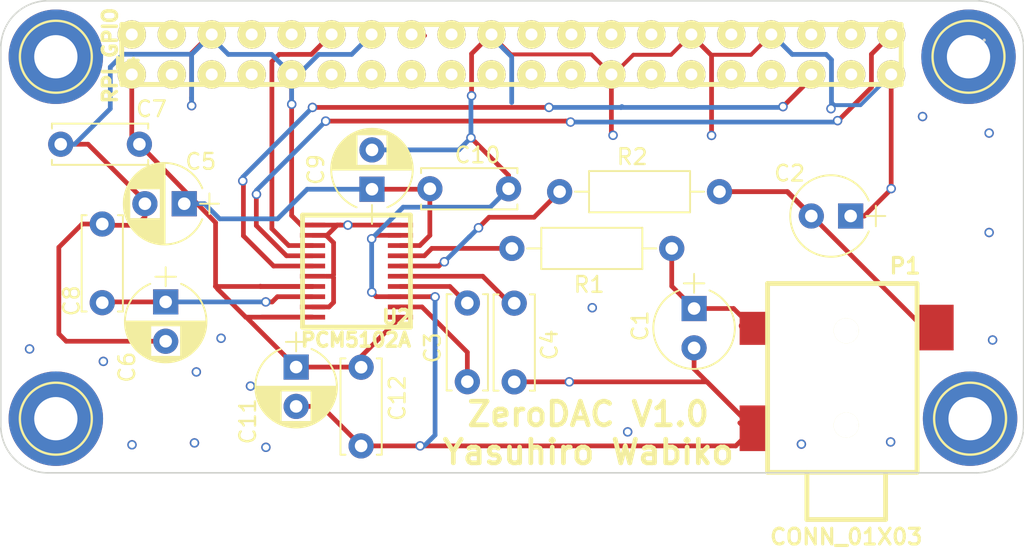
<source format=kicad_pcb>
(kicad_pcb (version 4) (host pcbnew 4.0.4-stable)

  (general
    (links 49)
    (no_connects 1)
    (area 147.977 74.537 213.551101 110.167636)
    (thickness 1.6)
    (drawings 14)
    (tracks 355)
    (zones 0)
    (modules 21)
    (nets 43)
  )

  (page A4)
  (layers
    (0 F.Cu signal)
    (31 B.Cu signal)
    (32 B.Adhes user hide)
    (33 F.Adhes user hide)
    (34 B.Paste user hide)
    (35 F.Paste user hide)
    (36 B.SilkS user)
    (37 F.SilkS user)
    (38 B.Mask user)
    (39 F.Mask user)
    (40 Dwgs.User user hide)
    (41 Cmts.User user hide)
    (42 Eco1.User user hide)
    (43 Eco2.User user hide)
    (44 Edge.Cuts user)
    (45 Margin user hide)
    (46 B.CrtYd user hide)
    (47 F.CrtYd user hide)
    (48 B.Fab user hide)
    (49 F.Fab user hide)
  )

  (setup
    (last_trace_width 0.25)
    (user_trace_width 0.3)
    (user_trace_width 0.5)
    (user_trace_width 1)
    (user_trace_width 2)
    (trace_clearance 0.2)
    (zone_clearance 0.508)
    (zone_45_only no)
    (trace_min 0.2)
    (segment_width 0.2)
    (edge_width 0.15)
    (via_size 0.6)
    (via_drill 0.4)
    (via_min_size 0.4)
    (via_min_drill 0.3)
    (uvia_size 0.3)
    (uvia_drill 0.1)
    (uvias_allowed no)
    (uvia_min_size 0.2)
    (uvia_min_drill 0.1)
    (pcb_text_width 0.3)
    (pcb_text_size 1.5 1.5)
    (mod_edge_width 0.15)
    (mod_text_size 1 1)
    (mod_text_width 0.15)
    (pad_size 1.32 1.32)
    (pad_drill 0.762)
    (pad_to_mask_clearance 0.2)
    (aux_axis_origin 148.5 105.06)
    (grid_origin 50.8 99.06)
    (visible_elements 7FFFFFFF)
    (pcbplotparams
      (layerselection 0x010f0_80000001)
      (usegerberextensions true)
      (excludeedgelayer true)
      (linewidth 0.100000)
      (plotframeref false)
      (viasonmask false)
      (mode 1)
      (useauxorigin false)
      (hpglpennumber 1)
      (hpglpenspeed 20)
      (hpglpendiameter 15)
      (hpglpenoverlay 2)
      (psnegative false)
      (psa4output false)
      (plotreference true)
      (plotvalue true)
      (plotinvisibletext false)
      (padsonsilk false)
      (subtractmaskfromsilk false)
      (outputformat 1)
      (mirror false)
      (drillshape 0)
      (scaleselection 1)
      (outputdirectory ""))
  )

  (net 0 "")
  (net 1 "Net-(U2-Pad13)")
  (net 2 "Net-(U2-Pad14)")
  (net 3 "Net-(U2-Pad15)")
  (net 4 "Net-(U4-Pad3)")
  (net 5 "Net-(U4-Pad5)")
  (net 6 "Net-(U4-Pad7)")
  (net 7 "Net-(U4-Pad8)")
  (net 8 "Net-(U4-Pad10)")
  (net 9 "Net-(U4-Pad11)")
  (net 10 "Net-(U4-Pad13)")
  (net 11 "Net-(U4-Pad15)")
  (net 12 "Net-(U4-Pad16)")
  (net 13 "Net-(U4-Pad17)")
  (net 14 "Net-(U4-Pad18)")
  (net 15 "Net-(U4-Pad19)")
  (net 16 "Net-(U4-Pad21)")
  (net 17 "Net-(U4-Pad22)")
  (net 18 "Net-(U4-Pad23)")
  (net 19 "Net-(U4-Pad24)")
  (net 20 "Net-(U4-Pad26)")
  (net 21 "Net-(U4-Pad27)")
  (net 22 "Net-(U4-Pad28)")
  (net 23 "Net-(U4-Pad29)")
  (net 24 "Net-(U4-Pad31)")
  (net 25 "Net-(U4-Pad32)")
  (net 26 "Net-(U4-Pad33)")
  (net 27 "Net-(U4-Pad36)")
  (net 28 "Net-(U4-Pad37)")
  (net 29 "Net-(U4-Pad38)")
  (net 30 "Net-(C2-Pad2)")
  (net 31 "Net-(C3-Pad1)")
  (net 32 "Net-(C3-Pad2)")
  (net 33 "Net-(C4-Pad1)")
  (net 34 "Net-(C6-Pad1)")
  (net 35 "Net-(R2-Pad1)")
  (net 36 "Net-(C1-Pad1)")
  (net 37 "Net-(R1-Pad2)")
  (net 38 "Net-(U4-Pad2)")
  (net 39 "Net-(U4-Pad4)")
  (net 40 GNDA)
  (net 41 GNDD)
  (net 42 "Net-(C10-Pad1)")

  (net_class Default "This is the default net class."
    (clearance 0.2)
    (trace_width 0.25)
    (via_dia 0.6)
    (via_drill 0.4)
    (uvia_dia 0.3)
    (uvia_drill 0.1)
    (add_net GNDA)
    (add_net GNDD)
    (add_net "Net-(C1-Pad1)")
    (add_net "Net-(C10-Pad1)")
    (add_net "Net-(C2-Pad2)")
    (add_net "Net-(C3-Pad1)")
    (add_net "Net-(C3-Pad2)")
    (add_net "Net-(C4-Pad1)")
    (add_net "Net-(C6-Pad1)")
    (add_net "Net-(R1-Pad2)")
    (add_net "Net-(R2-Pad1)")
    (add_net "Net-(U2-Pad13)")
    (add_net "Net-(U2-Pad14)")
    (add_net "Net-(U2-Pad15)")
    (add_net "Net-(U4-Pad10)")
    (add_net "Net-(U4-Pad11)")
    (add_net "Net-(U4-Pad13)")
    (add_net "Net-(U4-Pad15)")
    (add_net "Net-(U4-Pad16)")
    (add_net "Net-(U4-Pad17)")
    (add_net "Net-(U4-Pad18)")
    (add_net "Net-(U4-Pad19)")
    (add_net "Net-(U4-Pad2)")
    (add_net "Net-(U4-Pad21)")
    (add_net "Net-(U4-Pad22)")
    (add_net "Net-(U4-Pad23)")
    (add_net "Net-(U4-Pad24)")
    (add_net "Net-(U4-Pad26)")
    (add_net "Net-(U4-Pad27)")
    (add_net "Net-(U4-Pad28)")
    (add_net "Net-(U4-Pad29)")
    (add_net "Net-(U4-Pad3)")
    (add_net "Net-(U4-Pad31)")
    (add_net "Net-(U4-Pad32)")
    (add_net "Net-(U4-Pad33)")
    (add_net "Net-(U4-Pad36)")
    (add_net "Net-(U4-Pad37)")
    (add_net "Net-(U4-Pad38)")
    (add_net "Net-(U4-Pad4)")
    (add_net "Net-(U4-Pad5)")
    (add_net "Net-(U4-Pad7)")
    (add_net "Net-(U4-Pad8)")
  )

  (module Connect:1pin (layer F.Cu) (tedit 582FC725) (tstamp 582E59D8)
    (at 152 78.56)
    (descr "module 1 pin (ou trou mecanique de percage)")
    (tags DEV)
    (fp_text reference "" (at 0 -3.048) (layer F.SilkS)
      (effects (font (size 1 1) (thickness 0.15)))
    )
    (fp_text value 1pin (at 0 2.794) (layer F.Fab)
      (effects (font (size 1 1) (thickness 0.15)))
    )
    (fp_circle (center 0 0) (end 0 -2.286) (layer F.SilkS) (width 0.15))
    (pad "" np_thru_hole circle (at 0 0) (size 6 6) (drill 2.75) (layers *.Cu *.Mask))
  )

  (module Connect:1pin (layer F.Cu) (tedit 582FC72B) (tstamp 582E59CD)
    (at 152 101.56 90)
    (descr "module 1 pin (ou trou mecanique de percage)")
    (tags DEV)
    (fp_text reference "" (at 0 -3.048 90) (layer F.SilkS)
      (effects (font (size 1 1) (thickness 0.15)))
    )
    (fp_text value 1pin (at 0 2.794 90) (layer F.Fab)
      (effects (font (size 1 1) (thickness 0.15)))
    )
    (fp_circle (center 0 0) (end 0 -2.286) (layer F.SilkS) (width 0.15))
    (pad "" np_thru_hole circle (at 0 0 90) (size 6 6) (drill 2.75) (layers *.Cu *.Mask))
  )

  (module Connect:1pin (layer F.Cu) (tedit 582FC71D) (tstamp 582E589D)
    (at 210.1 101.56)
    (descr "module 1 pin (ou trou mecanique de percage)")
    (tags DEV)
    (fp_text reference "" (at 0 -3.048) (layer F.SilkS)
      (effects (font (size 1 1) (thickness 0.15)))
    )
    (fp_text value 1pin (at 0 2.794) (layer F.Fab)
      (effects (font (size 1 1) (thickness 0.15)))
    )
    (fp_circle (center 0 0) (end 0 -2.286) (layer F.SilkS) (width 0.15))
    (pad "" np_thru_hole circle (at 0 0) (size 6 6) (drill 2.75) (layers *.Cu *.Mask))
  )

  (module Connect:1pin (layer F.Cu) (tedit 582FC714) (tstamp 582E53DD)
    (at 210 78.56)
    (descr "module 1 pin (ou trou mecanique de percage)")
    (tags DEV)
    (fp_text reference "" (at 0 -3.048) (layer F.SilkS)
      (effects (font (size 1 1) (thickness 0.15)))
    )
    (fp_text value 1pin (at 0 2.794) (layer F.Fab)
      (effects (font (size 1 1) (thickness 0.15)))
    )
    (fp_circle (center 0 0) (end 0 -2.286) (layer F.SilkS) (width 0.15))
    (pad "" np_thru_hole circle (at 0 0) (size 6 6) (drill 2.75) (layers *.Cu *.Mask))
  )

  (module Capacitors_ThroughHole:C_Disc_D6.0mm_W2.5mm_P5.00mm (layer F.Cu) (tedit 588D9B11) (tstamp 588D1732)
    (at 178.15 94.21 270)
    (descr "C, Disc series, Radial, pin pitch=5.00mm, , diameter*width=6*2.5mm^2, Capacitor, http://cdn-reichelt.de/documents/datenblatt/B300/DS_KERKO_TC.pdf")
    (tags "C Disc series Radial pin pitch 5.00mm  diameter 6mm width 2.5mm Capacitor")
    (path /588C6334)
    (fp_text reference C3 (at 2.85 2.21 270) (layer F.SilkS)
      (effects (font (size 1 1) (thickness 0.15)))
    )
    (fp_text value C (at 2.5 2.31 270) (layer F.Fab)
      (effects (font (size 1 1) (thickness 0.15)))
    )
    (fp_line (start -0.5 -1.25) (end -0.5 1.25) (layer F.Fab) (width 0.1))
    (fp_line (start -0.5 1.25) (end 5.5 1.25) (layer F.Fab) (width 0.1))
    (fp_line (start 5.5 1.25) (end 5.5 -1.25) (layer F.Fab) (width 0.1))
    (fp_line (start 5.5 -1.25) (end -0.5 -1.25) (layer F.Fab) (width 0.1))
    (fp_line (start -0.56 -1.31) (end 5.56 -1.31) (layer F.SilkS) (width 0.12))
    (fp_line (start -0.56 1.31) (end 5.56 1.31) (layer F.SilkS) (width 0.12))
    (fp_line (start -0.56 -1.31) (end -0.56 -0.996) (layer F.SilkS) (width 0.12))
    (fp_line (start -0.56 0.996) (end -0.56 1.31) (layer F.SilkS) (width 0.12))
    (fp_line (start 5.56 -1.31) (end 5.56 -0.996) (layer F.SilkS) (width 0.12))
    (fp_line (start 5.56 0.996) (end 5.56 1.31) (layer F.SilkS) (width 0.12))
    (fp_line (start -1.05 -1.6) (end -1.05 1.6) (layer F.CrtYd) (width 0.05))
    (fp_line (start -1.05 1.6) (end 6.05 1.6) (layer F.CrtYd) (width 0.05))
    (fp_line (start 6.05 1.6) (end 6.05 -1.6) (layer F.CrtYd) (width 0.05))
    (fp_line (start 6.05 -1.6) (end -1.05 -1.6) (layer F.CrtYd) (width 0.05))
    (pad 1 thru_hole circle (at 0 0 270) (size 1.6 1.6) (drill 0.8) (layers *.Cu *.Mask)
      (net 31 "Net-(C3-Pad1)"))
    (pad 2 thru_hole circle (at 5 0 270) (size 1.6 1.6) (drill 0.8) (layers *.Cu *.Mask)
      (net 32 "Net-(C3-Pad2)"))
    (model Capacitors_ThroughHole.3dshapes/C_Disc_D6.0mm_W2.5mm_P5.00mm.wrl
      (at (xyz 0 0 0))
      (scale (xyz 0.393701 0.393701 0.393701))
      (rotate (xyz 0 0 0))
    )
  )

  (module Capacitors_ThroughHole:C_Disc_D6.0mm_W2.5mm_P5.00mm (layer F.Cu) (tedit 588D9B13) (tstamp 588D1738)
    (at 181.13 94.22 270)
    (descr "C, Disc series, Radial, pin pitch=5.00mm, , diameter*width=6*2.5mm^2, Capacitor, http://cdn-reichelt.de/documents/datenblatt/B300/DS_KERKO_TC.pdf")
    (tags "C Disc series Radial pin pitch 5.00mm  diameter 6mm width 2.5mm Capacitor")
    (path /588D7E3F)
    (fp_text reference C4 (at 2.65 -2.24 270) (layer F.SilkS)
      (effects (font (size 1 1) (thickness 0.15)))
    )
    (fp_text value C (at 2.5 2.31 270) (layer F.Fab)
      (effects (font (size 1 1) (thickness 0.15)))
    )
    (fp_line (start -0.5 -1.25) (end -0.5 1.25) (layer F.Fab) (width 0.1))
    (fp_line (start -0.5 1.25) (end 5.5 1.25) (layer F.Fab) (width 0.1))
    (fp_line (start 5.5 1.25) (end 5.5 -1.25) (layer F.Fab) (width 0.1))
    (fp_line (start 5.5 -1.25) (end -0.5 -1.25) (layer F.Fab) (width 0.1))
    (fp_line (start -0.56 -1.31) (end 5.56 -1.31) (layer F.SilkS) (width 0.12))
    (fp_line (start -0.56 1.31) (end 5.56 1.31) (layer F.SilkS) (width 0.12))
    (fp_line (start -0.56 -1.31) (end -0.56 -0.996) (layer F.SilkS) (width 0.12))
    (fp_line (start -0.56 0.996) (end -0.56 1.31) (layer F.SilkS) (width 0.12))
    (fp_line (start 5.56 -1.31) (end 5.56 -0.996) (layer F.SilkS) (width 0.12))
    (fp_line (start 5.56 0.996) (end 5.56 1.31) (layer F.SilkS) (width 0.12))
    (fp_line (start -1.05 -1.6) (end -1.05 1.6) (layer F.CrtYd) (width 0.05))
    (fp_line (start -1.05 1.6) (end 6.05 1.6) (layer F.CrtYd) (width 0.05))
    (fp_line (start 6.05 1.6) (end 6.05 -1.6) (layer F.CrtYd) (width 0.05))
    (fp_line (start 6.05 -1.6) (end -1.05 -1.6) (layer F.CrtYd) (width 0.05))
    (pad 1 thru_hole circle (at 0 0 270) (size 1.6 1.6) (drill 0.8) (layers *.Cu *.Mask)
      (net 33 "Net-(C4-Pad1)"))
    (pad 2 thru_hole circle (at 5 0 270) (size 1.6 1.6) (drill 0.8) (layers *.Cu *.Mask)
      (net 40 GNDA))
    (model Capacitors_ThroughHole.3dshapes/C_Disc_D6.0mm_W2.5mm_P5.00mm.wrl
      (at (xyz 0 0 0))
      (scale (xyz 0.393701 0.393701 0.393701))
      (rotate (xyz 0 0 0))
    )
  )

  (module Capacitors_ThroughHole:CP_Radial_D5.0mm_P2.50mm (layer F.Cu) (tedit 588D9AF7) (tstamp 588D173E)
    (at 160.16 87.9 180)
    (descr "CP, Radial series, Radial, pin pitch=2.50mm, , diameter=5mm, Electrolytic Capacitor")
    (tags "CP Radial series Radial pin pitch 2.50mm  diameter 5mm Electrolytic Capacitor")
    (path /588D4F3E)
    (fp_text reference C5 (at -1.05 2.68 180) (layer F.SilkS)
      (effects (font (size 1 1) (thickness 0.15)))
    )
    (fp_text value CP (at 1.25 3.56 180) (layer F.Fab)
      (effects (font (size 1 1) (thickness 0.15)))
    )
    (fp_arc (start 1.25 0) (end -1.147436 -0.98) (angle 135.5) (layer F.SilkS) (width 0.12))
    (fp_arc (start 1.25 0) (end -1.147436 0.98) (angle -135.5) (layer F.SilkS) (width 0.12))
    (fp_arc (start 1.25 0) (end 3.647436 -0.98) (angle 44.5) (layer F.SilkS) (width 0.12))
    (fp_circle (center 1.25 0) (end 3.75 0) (layer F.Fab) (width 0.1))
    (fp_line (start -2.2 0) (end -1 0) (layer F.Fab) (width 0.1))
    (fp_line (start -1.6 -0.65) (end -1.6 0.65) (layer F.Fab) (width 0.1))
    (fp_line (start 1.25 -2.55) (end 1.25 2.55) (layer F.SilkS) (width 0.12))
    (fp_line (start 1.29 -2.55) (end 1.29 2.55) (layer F.SilkS) (width 0.12))
    (fp_line (start 1.33 -2.549) (end 1.33 2.549) (layer F.SilkS) (width 0.12))
    (fp_line (start 1.37 -2.548) (end 1.37 2.548) (layer F.SilkS) (width 0.12))
    (fp_line (start 1.41 -2.546) (end 1.41 2.546) (layer F.SilkS) (width 0.12))
    (fp_line (start 1.45 -2.543) (end 1.45 2.543) (layer F.SilkS) (width 0.12))
    (fp_line (start 1.49 -2.539) (end 1.49 2.539) (layer F.SilkS) (width 0.12))
    (fp_line (start 1.53 -2.535) (end 1.53 -0.98) (layer F.SilkS) (width 0.12))
    (fp_line (start 1.53 0.98) (end 1.53 2.535) (layer F.SilkS) (width 0.12))
    (fp_line (start 1.57 -2.531) (end 1.57 -0.98) (layer F.SilkS) (width 0.12))
    (fp_line (start 1.57 0.98) (end 1.57 2.531) (layer F.SilkS) (width 0.12))
    (fp_line (start 1.61 -2.525) (end 1.61 -0.98) (layer F.SilkS) (width 0.12))
    (fp_line (start 1.61 0.98) (end 1.61 2.525) (layer F.SilkS) (width 0.12))
    (fp_line (start 1.65 -2.519) (end 1.65 -0.98) (layer F.SilkS) (width 0.12))
    (fp_line (start 1.65 0.98) (end 1.65 2.519) (layer F.SilkS) (width 0.12))
    (fp_line (start 1.69 -2.513) (end 1.69 -0.98) (layer F.SilkS) (width 0.12))
    (fp_line (start 1.69 0.98) (end 1.69 2.513) (layer F.SilkS) (width 0.12))
    (fp_line (start 1.73 -2.506) (end 1.73 -0.98) (layer F.SilkS) (width 0.12))
    (fp_line (start 1.73 0.98) (end 1.73 2.506) (layer F.SilkS) (width 0.12))
    (fp_line (start 1.77 -2.498) (end 1.77 -0.98) (layer F.SilkS) (width 0.12))
    (fp_line (start 1.77 0.98) (end 1.77 2.498) (layer F.SilkS) (width 0.12))
    (fp_line (start 1.81 -2.489) (end 1.81 -0.98) (layer F.SilkS) (width 0.12))
    (fp_line (start 1.81 0.98) (end 1.81 2.489) (layer F.SilkS) (width 0.12))
    (fp_line (start 1.85 -2.48) (end 1.85 -0.98) (layer F.SilkS) (width 0.12))
    (fp_line (start 1.85 0.98) (end 1.85 2.48) (layer F.SilkS) (width 0.12))
    (fp_line (start 1.89 -2.47) (end 1.89 -0.98) (layer F.SilkS) (width 0.12))
    (fp_line (start 1.89 0.98) (end 1.89 2.47) (layer F.SilkS) (width 0.12))
    (fp_line (start 1.93 -2.46) (end 1.93 -0.98) (layer F.SilkS) (width 0.12))
    (fp_line (start 1.93 0.98) (end 1.93 2.46) (layer F.SilkS) (width 0.12))
    (fp_line (start 1.971 -2.448) (end 1.971 -0.98) (layer F.SilkS) (width 0.12))
    (fp_line (start 1.971 0.98) (end 1.971 2.448) (layer F.SilkS) (width 0.12))
    (fp_line (start 2.011 -2.436) (end 2.011 -0.98) (layer F.SilkS) (width 0.12))
    (fp_line (start 2.011 0.98) (end 2.011 2.436) (layer F.SilkS) (width 0.12))
    (fp_line (start 2.051 -2.424) (end 2.051 -0.98) (layer F.SilkS) (width 0.12))
    (fp_line (start 2.051 0.98) (end 2.051 2.424) (layer F.SilkS) (width 0.12))
    (fp_line (start 2.091 -2.41) (end 2.091 -0.98) (layer F.SilkS) (width 0.12))
    (fp_line (start 2.091 0.98) (end 2.091 2.41) (layer F.SilkS) (width 0.12))
    (fp_line (start 2.131 -2.396) (end 2.131 -0.98) (layer F.SilkS) (width 0.12))
    (fp_line (start 2.131 0.98) (end 2.131 2.396) (layer F.SilkS) (width 0.12))
    (fp_line (start 2.171 -2.382) (end 2.171 -0.98) (layer F.SilkS) (width 0.12))
    (fp_line (start 2.171 0.98) (end 2.171 2.382) (layer F.SilkS) (width 0.12))
    (fp_line (start 2.211 -2.366) (end 2.211 -0.98) (layer F.SilkS) (width 0.12))
    (fp_line (start 2.211 0.98) (end 2.211 2.366) (layer F.SilkS) (width 0.12))
    (fp_line (start 2.251 -2.35) (end 2.251 -0.98) (layer F.SilkS) (width 0.12))
    (fp_line (start 2.251 0.98) (end 2.251 2.35) (layer F.SilkS) (width 0.12))
    (fp_line (start 2.291 -2.333) (end 2.291 -0.98) (layer F.SilkS) (width 0.12))
    (fp_line (start 2.291 0.98) (end 2.291 2.333) (layer F.SilkS) (width 0.12))
    (fp_line (start 2.331 -2.315) (end 2.331 -0.98) (layer F.SilkS) (width 0.12))
    (fp_line (start 2.331 0.98) (end 2.331 2.315) (layer F.SilkS) (width 0.12))
    (fp_line (start 2.371 -2.296) (end 2.371 -0.98) (layer F.SilkS) (width 0.12))
    (fp_line (start 2.371 0.98) (end 2.371 2.296) (layer F.SilkS) (width 0.12))
    (fp_line (start 2.411 -2.276) (end 2.411 -0.98) (layer F.SilkS) (width 0.12))
    (fp_line (start 2.411 0.98) (end 2.411 2.276) (layer F.SilkS) (width 0.12))
    (fp_line (start 2.451 -2.256) (end 2.451 -0.98) (layer F.SilkS) (width 0.12))
    (fp_line (start 2.451 0.98) (end 2.451 2.256) (layer F.SilkS) (width 0.12))
    (fp_line (start 2.491 -2.234) (end 2.491 -0.98) (layer F.SilkS) (width 0.12))
    (fp_line (start 2.491 0.98) (end 2.491 2.234) (layer F.SilkS) (width 0.12))
    (fp_line (start 2.531 -2.212) (end 2.531 -0.98) (layer F.SilkS) (width 0.12))
    (fp_line (start 2.531 0.98) (end 2.531 2.212) (layer F.SilkS) (width 0.12))
    (fp_line (start 2.571 -2.189) (end 2.571 -0.98) (layer F.SilkS) (width 0.12))
    (fp_line (start 2.571 0.98) (end 2.571 2.189) (layer F.SilkS) (width 0.12))
    (fp_line (start 2.611 -2.165) (end 2.611 -0.98) (layer F.SilkS) (width 0.12))
    (fp_line (start 2.611 0.98) (end 2.611 2.165) (layer F.SilkS) (width 0.12))
    (fp_line (start 2.651 -2.14) (end 2.651 -0.98) (layer F.SilkS) (width 0.12))
    (fp_line (start 2.651 0.98) (end 2.651 2.14) (layer F.SilkS) (width 0.12))
    (fp_line (start 2.691 -2.113) (end 2.691 -0.98) (layer F.SilkS) (width 0.12))
    (fp_line (start 2.691 0.98) (end 2.691 2.113) (layer F.SilkS) (width 0.12))
    (fp_line (start 2.731 -2.086) (end 2.731 -0.98) (layer F.SilkS) (width 0.12))
    (fp_line (start 2.731 0.98) (end 2.731 2.086) (layer F.SilkS) (width 0.12))
    (fp_line (start 2.771 -2.058) (end 2.771 -0.98) (layer F.SilkS) (width 0.12))
    (fp_line (start 2.771 0.98) (end 2.771 2.058) (layer F.SilkS) (width 0.12))
    (fp_line (start 2.811 -2.028) (end 2.811 -0.98) (layer F.SilkS) (width 0.12))
    (fp_line (start 2.811 0.98) (end 2.811 2.028) (layer F.SilkS) (width 0.12))
    (fp_line (start 2.851 -1.997) (end 2.851 -0.98) (layer F.SilkS) (width 0.12))
    (fp_line (start 2.851 0.98) (end 2.851 1.997) (layer F.SilkS) (width 0.12))
    (fp_line (start 2.891 -1.965) (end 2.891 -0.98) (layer F.SilkS) (width 0.12))
    (fp_line (start 2.891 0.98) (end 2.891 1.965) (layer F.SilkS) (width 0.12))
    (fp_line (start 2.931 -1.932) (end 2.931 -0.98) (layer F.SilkS) (width 0.12))
    (fp_line (start 2.931 0.98) (end 2.931 1.932) (layer F.SilkS) (width 0.12))
    (fp_line (start 2.971 -1.897) (end 2.971 -0.98) (layer F.SilkS) (width 0.12))
    (fp_line (start 2.971 0.98) (end 2.971 1.897) (layer F.SilkS) (width 0.12))
    (fp_line (start 3.011 -1.861) (end 3.011 -0.98) (layer F.SilkS) (width 0.12))
    (fp_line (start 3.011 0.98) (end 3.011 1.861) (layer F.SilkS) (width 0.12))
    (fp_line (start 3.051 -1.823) (end 3.051 -0.98) (layer F.SilkS) (width 0.12))
    (fp_line (start 3.051 0.98) (end 3.051 1.823) (layer F.SilkS) (width 0.12))
    (fp_line (start 3.091 -1.783) (end 3.091 -0.98) (layer F.SilkS) (width 0.12))
    (fp_line (start 3.091 0.98) (end 3.091 1.783) (layer F.SilkS) (width 0.12))
    (fp_line (start 3.131 -1.742) (end 3.131 -0.98) (layer F.SilkS) (width 0.12))
    (fp_line (start 3.131 0.98) (end 3.131 1.742) (layer F.SilkS) (width 0.12))
    (fp_line (start 3.171 -1.699) (end 3.171 -0.98) (layer F.SilkS) (width 0.12))
    (fp_line (start 3.171 0.98) (end 3.171 1.699) (layer F.SilkS) (width 0.12))
    (fp_line (start 3.211 -1.654) (end 3.211 -0.98) (layer F.SilkS) (width 0.12))
    (fp_line (start 3.211 0.98) (end 3.211 1.654) (layer F.SilkS) (width 0.12))
    (fp_line (start 3.251 -1.606) (end 3.251 -0.98) (layer F.SilkS) (width 0.12))
    (fp_line (start 3.251 0.98) (end 3.251 1.606) (layer F.SilkS) (width 0.12))
    (fp_line (start 3.291 -1.556) (end 3.291 -0.98) (layer F.SilkS) (width 0.12))
    (fp_line (start 3.291 0.98) (end 3.291 1.556) (layer F.SilkS) (width 0.12))
    (fp_line (start 3.331 -1.504) (end 3.331 -0.98) (layer F.SilkS) (width 0.12))
    (fp_line (start 3.331 0.98) (end 3.331 1.504) (layer F.SilkS) (width 0.12))
    (fp_line (start 3.371 -1.448) (end 3.371 -0.98) (layer F.SilkS) (width 0.12))
    (fp_line (start 3.371 0.98) (end 3.371 1.448) (layer F.SilkS) (width 0.12))
    (fp_line (start 3.411 -1.39) (end 3.411 -0.98) (layer F.SilkS) (width 0.12))
    (fp_line (start 3.411 0.98) (end 3.411 1.39) (layer F.SilkS) (width 0.12))
    (fp_line (start 3.451 -1.327) (end 3.451 -0.98) (layer F.SilkS) (width 0.12))
    (fp_line (start 3.451 0.98) (end 3.451 1.327) (layer F.SilkS) (width 0.12))
    (fp_line (start 3.491 -1.261) (end 3.491 1.261) (layer F.SilkS) (width 0.12))
    (fp_line (start 3.531 -1.189) (end 3.531 1.189) (layer F.SilkS) (width 0.12))
    (fp_line (start 3.571 -1.112) (end 3.571 1.112) (layer F.SilkS) (width 0.12))
    (fp_line (start 3.611 -1.028) (end 3.611 1.028) (layer F.SilkS) (width 0.12))
    (fp_line (start 3.651 -0.934) (end 3.651 0.934) (layer F.SilkS) (width 0.12))
    (fp_line (start 3.691 -0.829) (end 3.691 0.829) (layer F.SilkS) (width 0.12))
    (fp_line (start 3.731 -0.707) (end 3.731 0.707) (layer F.SilkS) (width 0.12))
    (fp_line (start 3.771 -0.559) (end 3.771 0.559) (layer F.SilkS) (width 0.12))
    (fp_line (start 3.811 -0.354) (end 3.811 0.354) (layer F.SilkS) (width 0.12))
    (fp_line (start -2.2 0) (end -1 0) (layer F.SilkS) (width 0.12))
    (fp_line (start -1.6 -0.65) (end -1.6 0.65) (layer F.SilkS) (width 0.12))
    (fp_line (start -1.6 -2.85) (end -1.6 2.85) (layer F.CrtYd) (width 0.05))
    (fp_line (start -1.6 2.85) (end 4.1 2.85) (layer F.CrtYd) (width 0.05))
    (fp_line (start 4.1 2.85) (end 4.1 -2.85) (layer F.CrtYd) (width 0.05))
    (fp_line (start 4.1 -2.85) (end -1.6 -2.85) (layer F.CrtYd) (width 0.05))
    (pad 1 thru_hole rect (at 0 0 180) (size 1.6 1.6) (drill 0.8) (layers *.Cu *.Mask)
      (net 42 "Net-(C10-Pad1)"))
    (pad 2 thru_hole circle (at 2.5 0 180) (size 1.6 1.6) (drill 0.8) (layers *.Cu *.Mask)
      (net 41 GNDD))
    (model Capacitors_ThroughHole.3dshapes/CP_Radial_D5.0mm_P2.50mm.wrl
      (at (xyz 0 0 0))
      (scale (xyz 0.393701 0.393701 0.393701))
      (rotate (xyz 0 0 0))
    )
  )

  (module Capacitors_ThroughHole:CP_Radial_D5.0mm_P2.50mm (layer F.Cu) (tedit 588D9AEA) (tstamp 588D1744)
    (at 158.98 94.14 270)
    (descr "CP, Radial series, Radial, pin pitch=2.50mm, , diameter=5mm, Electrolytic Capacitor")
    (tags "CP Radial series Radial pin pitch 2.50mm  diameter 5mm Electrolytic Capacitor")
    (path /588D51A2)
    (fp_text reference C6 (at 4.15 2.46 270) (layer F.SilkS)
      (effects (font (size 1 1) (thickness 0.15)))
    )
    (fp_text value CP (at 1.25 3.56 270) (layer F.Fab)
      (effects (font (size 1 1) (thickness 0.15)))
    )
    (fp_arc (start 1.25 0) (end -1.147436 -0.98) (angle 135.5) (layer F.SilkS) (width 0.12))
    (fp_arc (start 1.25 0) (end -1.147436 0.98) (angle -135.5) (layer F.SilkS) (width 0.12))
    (fp_arc (start 1.25 0) (end 3.647436 -0.98) (angle 44.5) (layer F.SilkS) (width 0.12))
    (fp_circle (center 1.25 0) (end 3.75 0) (layer F.Fab) (width 0.1))
    (fp_line (start -2.2 0) (end -1 0) (layer F.Fab) (width 0.1))
    (fp_line (start -1.6 -0.65) (end -1.6 0.65) (layer F.Fab) (width 0.1))
    (fp_line (start 1.25 -2.55) (end 1.25 2.55) (layer F.SilkS) (width 0.12))
    (fp_line (start 1.29 -2.55) (end 1.29 2.55) (layer F.SilkS) (width 0.12))
    (fp_line (start 1.33 -2.549) (end 1.33 2.549) (layer F.SilkS) (width 0.12))
    (fp_line (start 1.37 -2.548) (end 1.37 2.548) (layer F.SilkS) (width 0.12))
    (fp_line (start 1.41 -2.546) (end 1.41 2.546) (layer F.SilkS) (width 0.12))
    (fp_line (start 1.45 -2.543) (end 1.45 2.543) (layer F.SilkS) (width 0.12))
    (fp_line (start 1.49 -2.539) (end 1.49 2.539) (layer F.SilkS) (width 0.12))
    (fp_line (start 1.53 -2.535) (end 1.53 -0.98) (layer F.SilkS) (width 0.12))
    (fp_line (start 1.53 0.98) (end 1.53 2.535) (layer F.SilkS) (width 0.12))
    (fp_line (start 1.57 -2.531) (end 1.57 -0.98) (layer F.SilkS) (width 0.12))
    (fp_line (start 1.57 0.98) (end 1.57 2.531) (layer F.SilkS) (width 0.12))
    (fp_line (start 1.61 -2.525) (end 1.61 -0.98) (layer F.SilkS) (width 0.12))
    (fp_line (start 1.61 0.98) (end 1.61 2.525) (layer F.SilkS) (width 0.12))
    (fp_line (start 1.65 -2.519) (end 1.65 -0.98) (layer F.SilkS) (width 0.12))
    (fp_line (start 1.65 0.98) (end 1.65 2.519) (layer F.SilkS) (width 0.12))
    (fp_line (start 1.69 -2.513) (end 1.69 -0.98) (layer F.SilkS) (width 0.12))
    (fp_line (start 1.69 0.98) (end 1.69 2.513) (layer F.SilkS) (width 0.12))
    (fp_line (start 1.73 -2.506) (end 1.73 -0.98) (layer F.SilkS) (width 0.12))
    (fp_line (start 1.73 0.98) (end 1.73 2.506) (layer F.SilkS) (width 0.12))
    (fp_line (start 1.77 -2.498) (end 1.77 -0.98) (layer F.SilkS) (width 0.12))
    (fp_line (start 1.77 0.98) (end 1.77 2.498) (layer F.SilkS) (width 0.12))
    (fp_line (start 1.81 -2.489) (end 1.81 -0.98) (layer F.SilkS) (width 0.12))
    (fp_line (start 1.81 0.98) (end 1.81 2.489) (layer F.SilkS) (width 0.12))
    (fp_line (start 1.85 -2.48) (end 1.85 -0.98) (layer F.SilkS) (width 0.12))
    (fp_line (start 1.85 0.98) (end 1.85 2.48) (layer F.SilkS) (width 0.12))
    (fp_line (start 1.89 -2.47) (end 1.89 -0.98) (layer F.SilkS) (width 0.12))
    (fp_line (start 1.89 0.98) (end 1.89 2.47) (layer F.SilkS) (width 0.12))
    (fp_line (start 1.93 -2.46) (end 1.93 -0.98) (layer F.SilkS) (width 0.12))
    (fp_line (start 1.93 0.98) (end 1.93 2.46) (layer F.SilkS) (width 0.12))
    (fp_line (start 1.971 -2.448) (end 1.971 -0.98) (layer F.SilkS) (width 0.12))
    (fp_line (start 1.971 0.98) (end 1.971 2.448) (layer F.SilkS) (width 0.12))
    (fp_line (start 2.011 -2.436) (end 2.011 -0.98) (layer F.SilkS) (width 0.12))
    (fp_line (start 2.011 0.98) (end 2.011 2.436) (layer F.SilkS) (width 0.12))
    (fp_line (start 2.051 -2.424) (end 2.051 -0.98) (layer F.SilkS) (width 0.12))
    (fp_line (start 2.051 0.98) (end 2.051 2.424) (layer F.SilkS) (width 0.12))
    (fp_line (start 2.091 -2.41) (end 2.091 -0.98) (layer F.SilkS) (width 0.12))
    (fp_line (start 2.091 0.98) (end 2.091 2.41) (layer F.SilkS) (width 0.12))
    (fp_line (start 2.131 -2.396) (end 2.131 -0.98) (layer F.SilkS) (width 0.12))
    (fp_line (start 2.131 0.98) (end 2.131 2.396) (layer F.SilkS) (width 0.12))
    (fp_line (start 2.171 -2.382) (end 2.171 -0.98) (layer F.SilkS) (width 0.12))
    (fp_line (start 2.171 0.98) (end 2.171 2.382) (layer F.SilkS) (width 0.12))
    (fp_line (start 2.211 -2.366) (end 2.211 -0.98) (layer F.SilkS) (width 0.12))
    (fp_line (start 2.211 0.98) (end 2.211 2.366) (layer F.SilkS) (width 0.12))
    (fp_line (start 2.251 -2.35) (end 2.251 -0.98) (layer F.SilkS) (width 0.12))
    (fp_line (start 2.251 0.98) (end 2.251 2.35) (layer F.SilkS) (width 0.12))
    (fp_line (start 2.291 -2.333) (end 2.291 -0.98) (layer F.SilkS) (width 0.12))
    (fp_line (start 2.291 0.98) (end 2.291 2.333) (layer F.SilkS) (width 0.12))
    (fp_line (start 2.331 -2.315) (end 2.331 -0.98) (layer F.SilkS) (width 0.12))
    (fp_line (start 2.331 0.98) (end 2.331 2.315) (layer F.SilkS) (width 0.12))
    (fp_line (start 2.371 -2.296) (end 2.371 -0.98) (layer F.SilkS) (width 0.12))
    (fp_line (start 2.371 0.98) (end 2.371 2.296) (layer F.SilkS) (width 0.12))
    (fp_line (start 2.411 -2.276) (end 2.411 -0.98) (layer F.SilkS) (width 0.12))
    (fp_line (start 2.411 0.98) (end 2.411 2.276) (layer F.SilkS) (width 0.12))
    (fp_line (start 2.451 -2.256) (end 2.451 -0.98) (layer F.SilkS) (width 0.12))
    (fp_line (start 2.451 0.98) (end 2.451 2.256) (layer F.SilkS) (width 0.12))
    (fp_line (start 2.491 -2.234) (end 2.491 -0.98) (layer F.SilkS) (width 0.12))
    (fp_line (start 2.491 0.98) (end 2.491 2.234) (layer F.SilkS) (width 0.12))
    (fp_line (start 2.531 -2.212) (end 2.531 -0.98) (layer F.SilkS) (width 0.12))
    (fp_line (start 2.531 0.98) (end 2.531 2.212) (layer F.SilkS) (width 0.12))
    (fp_line (start 2.571 -2.189) (end 2.571 -0.98) (layer F.SilkS) (width 0.12))
    (fp_line (start 2.571 0.98) (end 2.571 2.189) (layer F.SilkS) (width 0.12))
    (fp_line (start 2.611 -2.165) (end 2.611 -0.98) (layer F.SilkS) (width 0.12))
    (fp_line (start 2.611 0.98) (end 2.611 2.165) (layer F.SilkS) (width 0.12))
    (fp_line (start 2.651 -2.14) (end 2.651 -0.98) (layer F.SilkS) (width 0.12))
    (fp_line (start 2.651 0.98) (end 2.651 2.14) (layer F.SilkS) (width 0.12))
    (fp_line (start 2.691 -2.113) (end 2.691 -0.98) (layer F.SilkS) (width 0.12))
    (fp_line (start 2.691 0.98) (end 2.691 2.113) (layer F.SilkS) (width 0.12))
    (fp_line (start 2.731 -2.086) (end 2.731 -0.98) (layer F.SilkS) (width 0.12))
    (fp_line (start 2.731 0.98) (end 2.731 2.086) (layer F.SilkS) (width 0.12))
    (fp_line (start 2.771 -2.058) (end 2.771 -0.98) (layer F.SilkS) (width 0.12))
    (fp_line (start 2.771 0.98) (end 2.771 2.058) (layer F.SilkS) (width 0.12))
    (fp_line (start 2.811 -2.028) (end 2.811 -0.98) (layer F.SilkS) (width 0.12))
    (fp_line (start 2.811 0.98) (end 2.811 2.028) (layer F.SilkS) (width 0.12))
    (fp_line (start 2.851 -1.997) (end 2.851 -0.98) (layer F.SilkS) (width 0.12))
    (fp_line (start 2.851 0.98) (end 2.851 1.997) (layer F.SilkS) (width 0.12))
    (fp_line (start 2.891 -1.965) (end 2.891 -0.98) (layer F.SilkS) (width 0.12))
    (fp_line (start 2.891 0.98) (end 2.891 1.965) (layer F.SilkS) (width 0.12))
    (fp_line (start 2.931 -1.932) (end 2.931 -0.98) (layer F.SilkS) (width 0.12))
    (fp_line (start 2.931 0.98) (end 2.931 1.932) (layer F.SilkS) (width 0.12))
    (fp_line (start 2.971 -1.897) (end 2.971 -0.98) (layer F.SilkS) (width 0.12))
    (fp_line (start 2.971 0.98) (end 2.971 1.897) (layer F.SilkS) (width 0.12))
    (fp_line (start 3.011 -1.861) (end 3.011 -0.98) (layer F.SilkS) (width 0.12))
    (fp_line (start 3.011 0.98) (end 3.011 1.861) (layer F.SilkS) (width 0.12))
    (fp_line (start 3.051 -1.823) (end 3.051 -0.98) (layer F.SilkS) (width 0.12))
    (fp_line (start 3.051 0.98) (end 3.051 1.823) (layer F.SilkS) (width 0.12))
    (fp_line (start 3.091 -1.783) (end 3.091 -0.98) (layer F.SilkS) (width 0.12))
    (fp_line (start 3.091 0.98) (end 3.091 1.783) (layer F.SilkS) (width 0.12))
    (fp_line (start 3.131 -1.742) (end 3.131 -0.98) (layer F.SilkS) (width 0.12))
    (fp_line (start 3.131 0.98) (end 3.131 1.742) (layer F.SilkS) (width 0.12))
    (fp_line (start 3.171 -1.699) (end 3.171 -0.98) (layer F.SilkS) (width 0.12))
    (fp_line (start 3.171 0.98) (end 3.171 1.699) (layer F.SilkS) (width 0.12))
    (fp_line (start 3.211 -1.654) (end 3.211 -0.98) (layer F.SilkS) (width 0.12))
    (fp_line (start 3.211 0.98) (end 3.211 1.654) (layer F.SilkS) (width 0.12))
    (fp_line (start 3.251 -1.606) (end 3.251 -0.98) (layer F.SilkS) (width 0.12))
    (fp_line (start 3.251 0.98) (end 3.251 1.606) (layer F.SilkS) (width 0.12))
    (fp_line (start 3.291 -1.556) (end 3.291 -0.98) (layer F.SilkS) (width 0.12))
    (fp_line (start 3.291 0.98) (end 3.291 1.556) (layer F.SilkS) (width 0.12))
    (fp_line (start 3.331 -1.504) (end 3.331 -0.98) (layer F.SilkS) (width 0.12))
    (fp_line (start 3.331 0.98) (end 3.331 1.504) (layer F.SilkS) (width 0.12))
    (fp_line (start 3.371 -1.448) (end 3.371 -0.98) (layer F.SilkS) (width 0.12))
    (fp_line (start 3.371 0.98) (end 3.371 1.448) (layer F.SilkS) (width 0.12))
    (fp_line (start 3.411 -1.39) (end 3.411 -0.98) (layer F.SilkS) (width 0.12))
    (fp_line (start 3.411 0.98) (end 3.411 1.39) (layer F.SilkS) (width 0.12))
    (fp_line (start 3.451 -1.327) (end 3.451 -0.98) (layer F.SilkS) (width 0.12))
    (fp_line (start 3.451 0.98) (end 3.451 1.327) (layer F.SilkS) (width 0.12))
    (fp_line (start 3.491 -1.261) (end 3.491 1.261) (layer F.SilkS) (width 0.12))
    (fp_line (start 3.531 -1.189) (end 3.531 1.189) (layer F.SilkS) (width 0.12))
    (fp_line (start 3.571 -1.112) (end 3.571 1.112) (layer F.SilkS) (width 0.12))
    (fp_line (start 3.611 -1.028) (end 3.611 1.028) (layer F.SilkS) (width 0.12))
    (fp_line (start 3.651 -0.934) (end 3.651 0.934) (layer F.SilkS) (width 0.12))
    (fp_line (start 3.691 -0.829) (end 3.691 0.829) (layer F.SilkS) (width 0.12))
    (fp_line (start 3.731 -0.707) (end 3.731 0.707) (layer F.SilkS) (width 0.12))
    (fp_line (start 3.771 -0.559) (end 3.771 0.559) (layer F.SilkS) (width 0.12))
    (fp_line (start 3.811 -0.354) (end 3.811 0.354) (layer F.SilkS) (width 0.12))
    (fp_line (start -2.2 0) (end -1 0) (layer F.SilkS) (width 0.12))
    (fp_line (start -1.6 -0.65) (end -1.6 0.65) (layer F.SilkS) (width 0.12))
    (fp_line (start -1.6 -2.85) (end -1.6 2.85) (layer F.CrtYd) (width 0.05))
    (fp_line (start -1.6 2.85) (end 4.1 2.85) (layer F.CrtYd) (width 0.05))
    (fp_line (start 4.1 2.85) (end 4.1 -2.85) (layer F.CrtYd) (width 0.05))
    (fp_line (start 4.1 -2.85) (end -1.6 -2.85) (layer F.CrtYd) (width 0.05))
    (pad 1 thru_hole rect (at 0 0 270) (size 1.6 1.6) (drill 0.8) (layers *.Cu *.Mask)
      (net 34 "Net-(C6-Pad1)"))
    (pad 2 thru_hole circle (at 2.5 0 270) (size 1.6 1.6) (drill 0.8) (layers *.Cu *.Mask)
      (net 41 GNDD))
    (model Capacitors_ThroughHole.3dshapes/CP_Radial_D5.0mm_P2.50mm.wrl
      (at (xyz 0 0 0))
      (scale (xyz 0.393701 0.393701 0.393701))
      (rotate (xyz 0 0 0))
    )
  )

  (module Capacitors_ThroughHole:C_Disc_D6.0mm_W2.5mm_P5.00mm (layer F.Cu) (tedit 588D9B2E) (tstamp 588D174A)
    (at 157.31 84.12 180)
    (descr "C, Disc series, Radial, pin pitch=5.00mm, , diameter*width=6*2.5mm^2, Capacitor, http://cdn-reichelt.de/documents/datenblatt/B300/DS_KERKO_TC.pdf")
    (tags "C Disc series Radial pin pitch 5.00mm  diameter 6mm width 2.5mm Capacitor")
    (path /588D4B2B)
    (fp_text reference C7 (at -0.77 2.24 180) (layer F.SilkS)
      (effects (font (size 1 1) (thickness 0.15)))
    )
    (fp_text value C (at 2.5 2.31 180) (layer F.Fab)
      (effects (font (size 1 1) (thickness 0.15)))
    )
    (fp_line (start -0.5 -1.25) (end -0.5 1.25) (layer F.Fab) (width 0.1))
    (fp_line (start -0.5 1.25) (end 5.5 1.25) (layer F.Fab) (width 0.1))
    (fp_line (start 5.5 1.25) (end 5.5 -1.25) (layer F.Fab) (width 0.1))
    (fp_line (start 5.5 -1.25) (end -0.5 -1.25) (layer F.Fab) (width 0.1))
    (fp_line (start -0.56 -1.31) (end 5.56 -1.31) (layer F.SilkS) (width 0.12))
    (fp_line (start -0.56 1.31) (end 5.56 1.31) (layer F.SilkS) (width 0.12))
    (fp_line (start -0.56 -1.31) (end -0.56 -0.996) (layer F.SilkS) (width 0.12))
    (fp_line (start -0.56 0.996) (end -0.56 1.31) (layer F.SilkS) (width 0.12))
    (fp_line (start 5.56 -1.31) (end 5.56 -0.996) (layer F.SilkS) (width 0.12))
    (fp_line (start 5.56 0.996) (end 5.56 1.31) (layer F.SilkS) (width 0.12))
    (fp_line (start -1.05 -1.6) (end -1.05 1.6) (layer F.CrtYd) (width 0.05))
    (fp_line (start -1.05 1.6) (end 6.05 1.6) (layer F.CrtYd) (width 0.05))
    (fp_line (start 6.05 1.6) (end 6.05 -1.6) (layer F.CrtYd) (width 0.05))
    (fp_line (start 6.05 -1.6) (end -1.05 -1.6) (layer F.CrtYd) (width 0.05))
    (pad 1 thru_hole circle (at 0 0 180) (size 1.6 1.6) (drill 0.8) (layers *.Cu *.Mask)
      (net 42 "Net-(C10-Pad1)"))
    (pad 2 thru_hole circle (at 5 0 180) (size 1.6 1.6) (drill 0.8) (layers *.Cu *.Mask)
      (net 41 GNDD))
    (model Capacitors_ThroughHole.3dshapes/C_Disc_D6.0mm_W2.5mm_P5.00mm.wrl
      (at (xyz 0 0 0))
      (scale (xyz 0.393701 0.393701 0.393701))
      (rotate (xyz 0 0 0))
    )
  )

  (module Capacitors_ThroughHole:C_Disc_D6.0mm_W2.5mm_P5.00mm (layer F.Cu) (tedit 588D9AF0) (tstamp 588D1750)
    (at 154.95 89.19 270)
    (descr "C, Disc series, Radial, pin pitch=5.00mm, , diameter*width=6*2.5mm^2, Capacitor, http://cdn-reichelt.de/documents/datenblatt/B300/DS_KERKO_TC.pdf")
    (tags "C Disc series Radial pin pitch 5.00mm  diameter 6mm width 2.5mm Capacitor")
    (path /588D4C30)
    (fp_text reference C8 (at 4.88 1.95 270) (layer F.SilkS)
      (effects (font (size 1 1) (thickness 0.15)))
    )
    (fp_text value C (at 2.5 2.31 270) (layer F.Fab)
      (effects (font (size 1 1) (thickness 0.15)))
    )
    (fp_line (start -0.5 -1.25) (end -0.5 1.25) (layer F.Fab) (width 0.1))
    (fp_line (start -0.5 1.25) (end 5.5 1.25) (layer F.Fab) (width 0.1))
    (fp_line (start 5.5 1.25) (end 5.5 -1.25) (layer F.Fab) (width 0.1))
    (fp_line (start 5.5 -1.25) (end -0.5 -1.25) (layer F.Fab) (width 0.1))
    (fp_line (start -0.56 -1.31) (end 5.56 -1.31) (layer F.SilkS) (width 0.12))
    (fp_line (start -0.56 1.31) (end 5.56 1.31) (layer F.SilkS) (width 0.12))
    (fp_line (start -0.56 -1.31) (end -0.56 -0.996) (layer F.SilkS) (width 0.12))
    (fp_line (start -0.56 0.996) (end -0.56 1.31) (layer F.SilkS) (width 0.12))
    (fp_line (start 5.56 -1.31) (end 5.56 -0.996) (layer F.SilkS) (width 0.12))
    (fp_line (start 5.56 0.996) (end 5.56 1.31) (layer F.SilkS) (width 0.12))
    (fp_line (start -1.05 -1.6) (end -1.05 1.6) (layer F.CrtYd) (width 0.05))
    (fp_line (start -1.05 1.6) (end 6.05 1.6) (layer F.CrtYd) (width 0.05))
    (fp_line (start 6.05 1.6) (end 6.05 -1.6) (layer F.CrtYd) (width 0.05))
    (fp_line (start 6.05 -1.6) (end -1.05 -1.6) (layer F.CrtYd) (width 0.05))
    (pad 1 thru_hole circle (at 0 0 270) (size 1.6 1.6) (drill 0.8) (layers *.Cu *.Mask)
      (net 41 GNDD))
    (pad 2 thru_hole circle (at 5 0 270) (size 1.6 1.6) (drill 0.8) (layers *.Cu *.Mask)
      (net 34 "Net-(C6-Pad1)"))
    (model Capacitors_ThroughHole.3dshapes/C_Disc_D6.0mm_W2.5mm_P5.00mm.wrl
      (at (xyz 0 0 0))
      (scale (xyz 0.393701 0.393701 0.393701))
      (rotate (xyz 0 0 0))
    )
  )

  (module smisioto:jack_3.5_sj1-3513-smt (layer F.Cu) (tedit 588D9B1A) (tstamp 588D1759)
    (at 202.23 98.87)
    (descr "3.5mm jack, CUI SJ1-3513-SMT")
    (path /588B06D9)
    (fp_text reference P1 (at 3.74 -7.01) (layer F.SilkS)
      (effects (font (size 0.99822 0.99822) (thickness 0.19812)))
    )
    (fp_text value CONN_01X03 (at 0 10.2) (layer F.SilkS)
      (effects (font (size 0.99822 0.99822) (thickness 0.19812)))
    )
    (fp_line (start -2.5 6.1) (end -2.5 9.1) (layer F.SilkS) (width 0.3048))
    (fp_line (start -2.5 9.1) (end 2.5 9.1) (layer F.SilkS) (width 0.3048))
    (fp_line (start 2.5 9.1) (end 2.5 6.1) (layer F.SilkS) (width 0.3048))
    (fp_line (start -5 6.1) (end -5 -5.9) (layer F.SilkS) (width 0.3048))
    (fp_line (start -5 -5.9) (end 4.5 -5.9) (layer F.SilkS) (width 0.3048))
    (fp_line (start 4.5 -5.9) (end 4.5 6.1) (layer F.SilkS) (width 0.3048))
    (fp_line (start 4.5 6.1) (end -5 6.1) (layer F.SilkS) (width 0.3048))
    (pad "" np_thru_hole circle (at 0 3.1) (size 1.6 1.6) (drill 1.6) (layers *.Cu *.Mask F.SilkS))
    (pad "" np_thru_hole circle (at 0 -2.9) (size 1.6 1.6) (drill 1.6) (layers *.Cu *.Mask F.SilkS))
    (pad 1 smd rect (at -5.9 3.3) (size 1.75 2.9) (layers F.Cu F.Paste F.Mask)
      (net 40 GNDA))
    (pad 2 smd rect (at 5.7 -3.1) (size 2.25 2.9) (layers F.Cu F.Paste F.Mask)
      (net 30 "Net-(C2-Pad2)"))
    (pad 3 smd rect (at -5.9 -3.05) (size 1.75 2.1) (layers F.Cu F.Paste F.Mask)
      (net 36 "Net-(C1-Pad1)"))
    (model walter/conn_av/jack_3.5_sj1-3513-smt.wrl
      (at (xyz 0 0 0))
      (scale (xyz 1 1 1))
      (rotate (xyz 0 0 0))
    )
  )

  (module Resistors_ThroughHole:R_Axial_DIN0207_L6.3mm_D2.5mm_P10.16mm_Horizontal (layer F.Cu) (tedit 588D9B16) (tstamp 588D175F)
    (at 194.175 87.135 180)
    (descr "Resistor, Axial_DIN0207 series, Axial, Horizontal, pin pitch=10.16mm, 0.25W = 1/4W, length*diameter=6.3*2.5mm^2, http://cdn-reichelt.de/documents/datenblatt/B400/1_4W%23YAG.pdf")
    (tags "Resistor Axial_DIN0207 series Axial Horizontal pin pitch 10.16mm 0.25W = 1/4W length 6.3mm diameter 2.5mm")
    (path /588C3A49)
    (fp_text reference R1 (at 8.285 -5.905 180) (layer F.SilkS)
      (effects (font (size 1 1) (thickness 0.15)))
    )
    (fp_text value R (at 5.08 2.31 180) (layer F.Fab)
      (effects (font (size 1 1) (thickness 0.15)))
    )
    (fp_line (start 1.93 -1.25) (end 1.93 1.25) (layer F.Fab) (width 0.1))
    (fp_line (start 1.93 1.25) (end 8.23 1.25) (layer F.Fab) (width 0.1))
    (fp_line (start 8.23 1.25) (end 8.23 -1.25) (layer F.Fab) (width 0.1))
    (fp_line (start 8.23 -1.25) (end 1.93 -1.25) (layer F.Fab) (width 0.1))
    (fp_line (start 0 0) (end 1.93 0) (layer F.Fab) (width 0.1))
    (fp_line (start 10.16 0) (end 8.23 0) (layer F.Fab) (width 0.1))
    (fp_line (start 1.87 -1.31) (end 1.87 1.31) (layer F.SilkS) (width 0.12))
    (fp_line (start 1.87 1.31) (end 8.29 1.31) (layer F.SilkS) (width 0.12))
    (fp_line (start 8.29 1.31) (end 8.29 -1.31) (layer F.SilkS) (width 0.12))
    (fp_line (start 8.29 -1.31) (end 1.87 -1.31) (layer F.SilkS) (width 0.12))
    (fp_line (start 0.98 0) (end 1.87 0) (layer F.SilkS) (width 0.12))
    (fp_line (start 9.18 0) (end 8.29 0) (layer F.SilkS) (width 0.12))
    (fp_line (start -1.05 -1.6) (end -1.05 1.6) (layer F.CrtYd) (width 0.05))
    (fp_line (start -1.05 1.6) (end 11.25 1.6) (layer F.CrtYd) (width 0.05))
    (fp_line (start 11.25 1.6) (end 11.25 -1.6) (layer F.CrtYd) (width 0.05))
    (fp_line (start 11.25 -1.6) (end -1.05 -1.6) (layer F.CrtYd) (width 0.05))
    (pad 1 thru_hole circle (at 0 0 180) (size 1.6 1.6) (drill 0.8) (layers *.Cu *.Mask)
      (net 30 "Net-(C2-Pad2)"))
    (pad 2 thru_hole oval (at 10.16 0 180) (size 1.6 1.6) (drill 0.8) (layers *.Cu *.Mask)
      (net 37 "Net-(R1-Pad2)"))
    (model Resistors_ThroughHole.3dshapes/R_Axial_DIN0207_L6.3mm_D2.5mm_P10.16mm_Horizontal.wrl
      (at (xyz 0 0 0))
      (scale (xyz 0.393701 0.393701 0.393701))
      (rotate (xyz 0 0 0))
    )
  )

  (module Resistors_ThroughHole:R_Axial_DIN0207_L6.3mm_D2.5mm_P10.16mm_Horizontal (layer F.Cu) (tedit 588D9B17) (tstamp 588D1765)
    (at 180.98 90.74)
    (descr "Resistor, Axial_DIN0207 series, Axial, Horizontal, pin pitch=10.16mm, 0.25W = 1/4W, length*diameter=6.3*2.5mm^2, http://cdn-reichelt.de/documents/datenblatt/B400/1_4W%23YAG.pdf")
    (tags "Resistor Axial_DIN0207 series Axial Horizontal pin pitch 10.16mm 0.25W = 1/4W length 6.3mm diameter 2.5mm")
    (path /588C3D45)
    (fp_text reference R2 (at 7.65 -5.82) (layer F.SilkS)
      (effects (font (size 1 1) (thickness 0.15)))
    )
    (fp_text value R (at 5.08 2.31) (layer F.Fab)
      (effects (font (size 1 1) (thickness 0.15)))
    )
    (fp_line (start 1.93 -1.25) (end 1.93 1.25) (layer F.Fab) (width 0.1))
    (fp_line (start 1.93 1.25) (end 8.23 1.25) (layer F.Fab) (width 0.1))
    (fp_line (start 8.23 1.25) (end 8.23 -1.25) (layer F.Fab) (width 0.1))
    (fp_line (start 8.23 -1.25) (end 1.93 -1.25) (layer F.Fab) (width 0.1))
    (fp_line (start 0 0) (end 1.93 0) (layer F.Fab) (width 0.1))
    (fp_line (start 10.16 0) (end 8.23 0) (layer F.Fab) (width 0.1))
    (fp_line (start 1.87 -1.31) (end 1.87 1.31) (layer F.SilkS) (width 0.12))
    (fp_line (start 1.87 1.31) (end 8.29 1.31) (layer F.SilkS) (width 0.12))
    (fp_line (start 8.29 1.31) (end 8.29 -1.31) (layer F.SilkS) (width 0.12))
    (fp_line (start 8.29 -1.31) (end 1.87 -1.31) (layer F.SilkS) (width 0.12))
    (fp_line (start 0.98 0) (end 1.87 0) (layer F.SilkS) (width 0.12))
    (fp_line (start 9.18 0) (end 8.29 0) (layer F.SilkS) (width 0.12))
    (fp_line (start -1.05 -1.6) (end -1.05 1.6) (layer F.CrtYd) (width 0.05))
    (fp_line (start -1.05 1.6) (end 11.25 1.6) (layer F.CrtYd) (width 0.05))
    (fp_line (start 11.25 1.6) (end 11.25 -1.6) (layer F.CrtYd) (width 0.05))
    (fp_line (start 11.25 -1.6) (end -1.05 -1.6) (layer F.CrtYd) (width 0.05))
    (pad 1 thru_hole circle (at 0 0) (size 1.6 1.6) (drill 0.8) (layers *.Cu *.Mask)
      (net 35 "Net-(R2-Pad1)"))
    (pad 2 thru_hole oval (at 10.16 0) (size 1.6 1.6) (drill 0.8) (layers *.Cu *.Mask)
      (net 36 "Net-(C1-Pad1)"))
    (model Resistors_ThroughHole.3dshapes/R_Axial_DIN0207_L6.3mm_D2.5mm_P10.16mm_Horizontal.wrl
      (at (xyz 0 0 0))
      (scale (xyz 0.393701 0.393701 0.393701))
      (rotate (xyz 0 0 0))
    )
  )

  (module TSSOP20:PCM5102A (layer F.Cu) (tedit 588D9B3B) (tstamp 588D177D)
    (at 173.9 95.11 90)
    (path /5889B520)
    (fp_text reference U2 (at 0 -0.254 360) (layer F.SilkS)
      (effects (font (size 0.889 0.889) (thickness 0.3048)))
    )
    (fp_text value PCM5102A (at -1.44 -2.83 360) (layer F.SilkS)
      (effects (font (size 0.889 0.889) (thickness 0.3048)))
    )
    (fp_line (start -0.635 0.635) (end 6.48716 0.635) (layer F.SilkS) (width 0.3048))
    (fp_line (start 6.48716 0.635) (end 6.48716 -6.223) (layer F.SilkS) (width 0.3048))
    (fp_line (start 6.48716 -6.223) (end -0.635 -6.223) (layer F.SilkS) (width 0.3048))
    (fp_line (start -0.635 -6.223) (end -0.635 0.635) (layer F.SilkS) (width 0.3048))
    (pad 1 smd rect (at 0 0 90) (size 0.29972 1.6002) (layers F.Cu F.Paste F.Mask)
      (net 42 "Net-(C10-Pad1)"))
    (pad 2 smd rect (at 0.65024 0 90) (size 0.29972 1.6002) (layers F.Cu F.Paste F.Mask)
      (net 32 "Net-(C3-Pad2)"))
    (pad 3 smd rect (at 1.30048 0 90) (size 0.29972 1.6002) (layers F.Cu F.Paste F.Mask)
      (net 40 GNDA))
    (pad 4 smd rect (at 1.95072 0 90) (size 0.29972 1.6002) (layers F.Cu F.Paste F.Mask)
      (net 31 "Net-(C3-Pad1)"))
    (pad 5 smd rect (at 2.60096 0 90) (size 0.29972 1.6002) (layers F.Cu F.Paste F.Mask)
      (net 33 "Net-(C4-Pad1)"))
    (pad 6 smd rect (at 3.2512 0 90) (size 0.29972 1.6002) (layers F.Cu F.Paste F.Mask)
      (net 37 "Net-(R1-Pad2)"))
    (pad 7 smd rect (at 3.90144 0 90) (size 0.29972 1.6002) (layers F.Cu F.Paste F.Mask)
      (net 35 "Net-(R2-Pad1)"))
    (pad 8 smd rect (at 4.55168 0 90) (size 0.29972 1.6002) (layers F.Cu F.Paste F.Mask)
      (net 42 "Net-(C10-Pad1)"))
    (pad 9 smd rect (at 5.20192 0 90) (size 0.29972 1.6002) (layers F.Cu F.Paste F.Mask)
      (net 40 GNDA))
    (pad 10 smd rect (at 5.85216 0 90) (size 0.29972 1.6002) (layers F.Cu F.Paste F.Mask)
      (net 41 GNDD))
    (pad 11 smd rect (at 5.85216 -5.588 270) (size 0.29972 1.6002) (layers F.Cu F.Paste F.Mask)
      (net 41 GNDD))
    (pad 12 smd rect (at 5.20192 -5.588 270) (size 0.29972 1.6002) (layers F.Cu F.Paste F.Mask)
      (net 41 GNDD))
    (pad 13 smd rect (at 4.55168 -5.588 270) (size 0.29972 1.6002) (layers F.Cu F.Paste F.Mask)
      (net 1 "Net-(U2-Pad13)"))
    (pad 14 smd rect (at 3.90144 -5.588 270) (size 0.29972 1.6002) (layers F.Cu F.Paste F.Mask)
      (net 2 "Net-(U2-Pad14)"))
    (pad 15 smd rect (at 3.2512 -5.588 270) (size 0.29972 1.6002) (layers F.Cu F.Paste F.Mask)
      (net 3 "Net-(U2-Pad15)"))
    (pad 16 smd rect (at 2.60096 -5.588 270) (size 0.29972 1.6002) (layers F.Cu F.Paste F.Mask)
      (net 41 GNDD))
    (pad 17 smd rect (at 1.95072 -5.588 270) (size 0.29972 1.6002) (layers F.Cu F.Paste F.Mask)
      (net 42 "Net-(C10-Pad1)"))
    (pad 18 smd rect (at 1.30048 -5.588 270) (size 0.29972 1.6002) (layers F.Cu F.Paste F.Mask)
      (net 34 "Net-(C6-Pad1)"))
    (pad 19 smd rect (at 0.65024 -5.588 270) (size 0.29972 1.6002) (layers F.Cu F.Paste F.Mask)
      (net 41 GNDD))
    (pad 20 smd rect (at 0 -5.588 270) (size 0.29972 1.6002) (layers F.Cu F.Paste F.Mask)
      (net 42 "Net-(C10-Pad1)"))
  )

  (module Capacitors_ThroughHole:CP_Radial_Tantal_D5.0mm_P2.50mm (layer F.Cu) (tedit 588D9B1E) (tstamp 588D1B9D)
    (at 192.56 94.56 270)
    (descr "CP, Radial_Tantal series, Radial, pin pitch=2.50mm, , diameter=5.0mm, Tantal Electrolytic Capacitor, http://cdn-reichelt.de/documents/datenblatt/B300/TANTAL-TB-Serie%23.pdf")
    (tags "CP Radial_Tantal series Radial pin pitch 2.50mm  diameter 5.0mm Tantal Electrolytic Capacitor")
    (path /588C7853)
    (fp_text reference C1 (at 1.11 3.43 270) (layer F.SilkS)
      (effects (font (size 1 1) (thickness 0.15)))
    )
    (fp_text value C (at 1.25 3.56 270) (layer F.Fab)
      (effects (font (size 1 1) (thickness 0.15)))
    )
    (fp_arc (start 1.25 0) (end -1.147436 -0.98) (angle 135.5) (layer F.SilkS) (width 0.12))
    (fp_arc (start 1.25 0) (end -1.147436 0.98) (angle -135.5) (layer F.SilkS) (width 0.12))
    (fp_arc (start 1.25 0) (end 3.647436 -0.98) (angle 44.5) (layer F.SilkS) (width 0.12))
    (fp_circle (center 1.25 0) (end 3.75 0) (layer F.Fab) (width 0.1))
    (fp_line (start -2.2 0) (end -1 0) (layer F.Fab) (width 0.1))
    (fp_line (start -1.6 -0.65) (end -1.6 0.65) (layer F.Fab) (width 0.1))
    (fp_line (start -2.2 0) (end -1 0) (layer F.SilkS) (width 0.12))
    (fp_line (start -1.6 -0.65) (end -1.6 0.65) (layer F.SilkS) (width 0.12))
    (fp_line (start -1.6 -2.85) (end -1.6 2.85) (layer F.CrtYd) (width 0.05))
    (fp_line (start -1.6 2.85) (end 4.1 2.85) (layer F.CrtYd) (width 0.05))
    (fp_line (start 4.1 2.85) (end 4.1 -2.85) (layer F.CrtYd) (width 0.05))
    (fp_line (start 4.1 -2.85) (end -1.6 -2.85) (layer F.CrtYd) (width 0.05))
    (pad 1 thru_hole rect (at 0 0 270) (size 1.6 1.6) (drill 0.8) (layers *.Cu *.Mask)
      (net 36 "Net-(C1-Pad1)"))
    (pad 2 thru_hole circle (at 2.5 0 270) (size 1.6 1.6) (drill 0.8) (layers *.Cu *.Mask)
      (net 40 GNDA))
    (model Capacitors_ThroughHole.3dshapes/CP_Radial_Tantal_D5.0mm_P2.50mm.wrl
      (at (xyz 0 0 0))
      (scale (xyz 0.393701 0.393701 0.393701))
      (rotate (xyz 0 0 0))
    )
  )

  (module Capacitors_ThroughHole:CP_Radial_Tantal_D5.0mm_P2.50mm (layer F.Cu) (tedit 588D9ACB) (tstamp 588D1BA3)
    (at 202.51 88.68 180)
    (descr "CP, Radial_Tantal series, Radial, pin pitch=2.50mm, , diameter=5.0mm, Tantal Electrolytic Capacitor, http://cdn-reichelt.de/documents/datenblatt/B300/TANTAL-TB-Serie%23.pdf")
    (tags "CP Radial_Tantal series Radial pin pitch 2.50mm  diameter 5.0mm Tantal Electrolytic Capacitor")
    (path /588D6B60)
    (fp_text reference C2 (at 3.88 2.71 180) (layer F.SilkS)
      (effects (font (size 1 1) (thickness 0.15)))
    )
    (fp_text value C (at 1.25 3.56 180) (layer F.Fab)
      (effects (font (size 1 1) (thickness 0.15)))
    )
    (fp_arc (start 1.25 0) (end -1.147436 -0.98) (angle 135.5) (layer F.SilkS) (width 0.12))
    (fp_arc (start 1.25 0) (end -1.147436 0.98) (angle -135.5) (layer F.SilkS) (width 0.12))
    (fp_arc (start 1.25 0) (end 3.647436 -0.98) (angle 44.5) (layer F.SilkS) (width 0.12))
    (fp_circle (center 1.25 0) (end 3.75 0) (layer F.Fab) (width 0.1))
    (fp_line (start -2.2 0) (end -1 0) (layer F.Fab) (width 0.1))
    (fp_line (start -1.6 -0.65) (end -1.6 0.65) (layer F.Fab) (width 0.1))
    (fp_line (start -2.2 0) (end -1 0) (layer F.SilkS) (width 0.12))
    (fp_line (start -1.6 -0.65) (end -1.6 0.65) (layer F.SilkS) (width 0.12))
    (fp_line (start -1.6 -2.85) (end -1.6 2.85) (layer F.CrtYd) (width 0.05))
    (fp_line (start -1.6 2.85) (end 4.1 2.85) (layer F.CrtYd) (width 0.05))
    (fp_line (start 4.1 2.85) (end 4.1 -2.85) (layer F.CrtYd) (width 0.05))
    (fp_line (start 4.1 -2.85) (end -1.6 -2.85) (layer F.CrtYd) (width 0.05))
    (pad 1 thru_hole rect (at 0 0 180) (size 1.6 1.6) (drill 0.8) (layers *.Cu *.Mask)
      (net 40 GNDA))
    (pad 2 thru_hole circle (at 2.5 0 180) (size 1.6 1.6) (drill 0.8) (layers *.Cu *.Mask)
      (net 30 "Net-(C2-Pad2)"))
    (model Capacitors_ThroughHole.3dshapes/CP_Radial_Tantal_D5.0mm_P2.50mm.wrl
      (at (xyz 0 0 0))
      (scale (xyz 0.393701 0.393701 0.393701))
      (rotate (xyz 0 0 0))
    )
  )

  (module MyLibrary:RPI_GPIO locked (layer F.Cu) (tedit 588D316C) (tstamp 588D2A66)
    (at 156.825 79.685)
    (path /5889B479)
    (fp_text reference U4 (at 0 -0.254 270) (layer F.SilkS)
      (effects (font (size 0.889 0.889) (thickness 0.3048)))
    )
    (fp_text value RPI_GPIO (at -1.377 -1.199 270) (layer F.SilkS)
      (effects (font (size 0.889 0.889) (thickness 0.3048)))
    )
    (fp_line (start -0.635 0.635) (end 48.895 0.635) (layer F.SilkS) (width 0.3048))
    (fp_line (start 48.895 0.635) (end 48.895 -3.175) (layer F.SilkS) (width 0.3048))
    (fp_line (start 48.895 -3.175) (end -0.635 -3.175) (layer F.SilkS) (width 0.3048))
    (fp_line (start -0.635 -3.175) (end -0.635 0.635) (layer F.SilkS) (width 0.3048))
    (pad 1 thru_hole circle (at 0 0) (size 1.8 1.8) (drill 0.762) (layers *.Cu *.Mask F.SilkS)
      (net 42 "Net-(C10-Pad1)"))
    (pad 2 thru_hole circle (at 0 -2.54 180) (size 1.8 1.8) (drill 0.762) (layers *.Cu *.Mask F.SilkS)
      (net 38 "Net-(U4-Pad2)"))
    (pad 3 thru_hole circle (at 2.54 0) (size 1.8 1.8) (drill 0.762) (layers *.Cu *.Mask F.SilkS)
      (net 4 "Net-(U4-Pad3)"))
    (pad 4 thru_hole circle (at 2.54 -2.54 180) (size 1.8 1.8) (drill 0.762) (layers *.Cu *.Mask F.SilkS)
      (net 39 "Net-(U4-Pad4)"))
    (pad 5 thru_hole circle (at 5.08 0) (size 1.8 1.8) (drill 0.762) (layers *.Cu *.Mask F.SilkS)
      (net 5 "Net-(U4-Pad5)"))
    (pad 6 thru_hole circle (at 5.08 -2.54 180) (size 1.8 1.8) (drill 0.762) (layers *.Cu *.Mask F.SilkS)
      (net 41 GNDD))
    (pad 7 thru_hole circle (at 7.62 0) (size 1.8 1.8) (drill 0.762) (layers *.Cu *.Mask F.SilkS)
      (net 6 "Net-(U4-Pad7)"))
    (pad 8 thru_hole circle (at 7.62 -2.54 180) (size 1.8 1.8) (drill 0.762) (layers *.Cu *.Mask F.SilkS)
      (net 7 "Net-(U4-Pad8)"))
    (pad 9 thru_hole circle (at 10.16 0) (size 1.8 1.8) (drill 0.762) (layers *.Cu *.Mask F.SilkS)
      (net 41 GNDD))
    (pad 10 thru_hole circle (at 10.16 -2.54 180) (size 1.8 1.8) (drill 0.762) (layers *.Cu *.Mask F.SilkS)
      (net 8 "Net-(U4-Pad10)"))
    (pad 11 thru_hole circle (at 12.7 0) (size 1.8 1.8) (drill 0.762) (layers *.Cu *.Mask F.SilkS)
      (net 9 "Net-(U4-Pad11)"))
    (pad 12 thru_hole circle (at 12.7 -2.54 180) (size 1.8 1.8) (drill 0.762) (layers *.Cu *.Mask F.SilkS)
      (net 1 "Net-(U2-Pad13)"))
    (pad 13 thru_hole circle (at 15.24 0) (size 1.8 1.8) (drill 0.762) (layers *.Cu *.Mask F.SilkS)
      (net 10 "Net-(U4-Pad13)"))
    (pad 14 thru_hole circle (at 15.24 -2.54 180) (size 1.8 1.8) (drill 0.762) (layers *.Cu *.Mask F.SilkS)
      (net 41 GNDD))
    (pad 15 thru_hole circle (at 17.78 0) (size 1.8 1.8) (drill 0.762) (layers *.Cu *.Mask F.SilkS)
      (net 11 "Net-(U4-Pad15)"))
    (pad 16 thru_hole circle (at 17.78 -2.54 180) (size 1.8 1.8) (drill 0.762) (layers *.Cu *.Mask F.SilkS)
      (net 12 "Net-(U4-Pad16)"))
    (pad 17 thru_hole circle (at 20.32 0) (size 1.8 1.8) (drill 0.762) (layers *.Cu *.Mask F.SilkS)
      (net 13 "Net-(U4-Pad17)"))
    (pad 18 thru_hole circle (at 20.32 -2.54 180) (size 1.8 1.8) (drill 0.762) (layers *.Cu *.Mask F.SilkS)
      (net 14 "Net-(U4-Pad18)"))
    (pad 19 thru_hole circle (at 22.86 0) (size 1.8 1.8) (drill 0.762) (layers *.Cu *.Mask F.SilkS)
      (net 15 "Net-(U4-Pad19)"))
    (pad 20 thru_hole circle (at 22.86 -2.54 180) (size 1.8 1.8) (drill 0.762) (layers *.Cu *.Mask F.SilkS)
      (net 40 GNDA))
    (pad 21 thru_hole circle (at 25.4 0) (size 1.8 1.8) (drill 0.762) (layers *.Cu *.Mask F.SilkS)
      (net 16 "Net-(U4-Pad21)"))
    (pad 22 thru_hole circle (at 25.4 -2.54 180) (size 1.8 1.8) (drill 0.762) (layers *.Cu *.Mask F.SilkS)
      (net 17 "Net-(U4-Pad22)"))
    (pad 23 thru_hole circle (at 27.94 0) (size 1.8 1.8) (drill 0.762) (layers *.Cu *.Mask F.SilkS)
      (net 18 "Net-(U4-Pad23)"))
    (pad 24 thru_hole circle (at 27.94 -2.54 180) (size 1.8 1.8) (drill 0.762) (layers *.Cu *.Mask F.SilkS)
      (net 19 "Net-(U4-Pad24)"))
    (pad 25 thru_hole circle (at 30.48 0) (size 1.8 1.8) (drill 0.762) (layers *.Cu *.Mask F.SilkS)
      (net 40 GNDA))
    (pad 26 thru_hole circle (at 30.48 -2.54 180) (size 1.8 1.8) (drill 0.762) (layers *.Cu *.Mask F.SilkS)
      (net 20 "Net-(U4-Pad26)"))
    (pad 27 thru_hole circle (at 33.02 0) (size 1.8 1.8) (drill 0.762) (layers *.Cu *.Mask F.SilkS)
      (net 21 "Net-(U4-Pad27)"))
    (pad 28 thru_hole circle (at 33.02 -2.54 180) (size 1.8 1.8) (drill 0.762) (layers *.Cu *.Mask F.SilkS)
      (net 22 "Net-(U4-Pad28)"))
    (pad 29 thru_hole circle (at 35.56 0) (size 1.8 1.8) (drill 0.762) (layers *.Cu *.Mask F.SilkS)
      (net 23 "Net-(U4-Pad29)"))
    (pad 30 thru_hole circle (at 35.56 -2.54 180) (size 1.8 1.8) (drill 0.762) (layers *.Cu *.Mask F.SilkS)
      (net 40 GNDA))
    (pad 31 thru_hole circle (at 38.1 0) (size 1.8 1.8) (drill 0.762) (layers *.Cu *.Mask F.SilkS)
      (net 24 "Net-(U4-Pad31)"))
    (pad 32 thru_hole circle (at 38.1 -2.54 180) (size 1.8 1.8) (drill 0.762) (layers *.Cu *.Mask F.SilkS)
      (net 25 "Net-(U4-Pad32)"))
    (pad 33 thru_hole circle (at 40.64 0) (size 1.8 1.8) (drill 0.762) (layers *.Cu *.Mask F.SilkS)
      (net 26 "Net-(U4-Pad33)"))
    (pad 34 thru_hole circle (at 40.64 -2.54 180) (size 1.8 1.8) (drill 0.762) (layers *.Cu *.Mask F.SilkS)
      (net 40 GNDA))
    (pad 35 thru_hole circle (at 43.18 0) (size 1.8 1.8) (drill 0.762) (layers *.Cu *.Mask F.SilkS)
      (net 3 "Net-(U2-Pad15)"))
    (pad 36 thru_hole circle (at 43.18 -2.54 180) (size 1.8 1.8) (drill 0.762) (layers *.Cu *.Mask F.SilkS)
      (net 27 "Net-(U4-Pad36)"))
    (pad 37 thru_hole circle (at 45.72 0) (size 1.8 1.8) (drill 0.762) (layers *.Cu *.Mask F.SilkS)
      (net 28 "Net-(U4-Pad37)"))
    (pad 38 thru_hole circle (at 45.72 -2.54 180) (size 1.8 1.8) (drill 0.762) (layers *.Cu *.Mask F.SilkS)
      (net 29 "Net-(U4-Pad38)"))
    (pad 39 thru_hole circle (at 48.26 0) (size 1.8 1.8) (drill 0.762) (layers *.Cu *.Mask F.SilkS)
      (net 40 GNDA))
    (pad 40 thru_hole circle (at 48.26 -2.54 180) (size 1.8 1.8) (drill 0.762) (layers *.Cu *.Mask F.SilkS)
      (net 2 "Net-(U2-Pad14)"))
  )

  (module Capacitors_ThroughHole:CP_Radial_D5.0mm_P2.50mm (layer F.Cu) (tedit 58765D06) (tstamp 588D86BB)
    (at 172.09 86.98 90)
    (descr "CP, Radial series, Radial, pin pitch=2.50mm, , diameter=5mm, Electrolytic Capacitor")
    (tags "CP Radial series Radial pin pitch 2.50mm  diameter 5mm Electrolytic Capacitor")
    (path /588DF11A)
    (fp_text reference C9 (at 1.25 -3.56 90) (layer F.SilkS)
      (effects (font (size 1 1) (thickness 0.15)))
    )
    (fp_text value CP (at 1.25 3.56 90) (layer F.Fab)
      (effects (font (size 1 1) (thickness 0.15)))
    )
    (fp_arc (start 1.25 0) (end -1.147436 -0.98) (angle 135.5) (layer F.SilkS) (width 0.12))
    (fp_arc (start 1.25 0) (end -1.147436 0.98) (angle -135.5) (layer F.SilkS) (width 0.12))
    (fp_arc (start 1.25 0) (end 3.647436 -0.98) (angle 44.5) (layer F.SilkS) (width 0.12))
    (fp_circle (center 1.25 0) (end 3.75 0) (layer F.Fab) (width 0.1))
    (fp_line (start -2.2 0) (end -1 0) (layer F.Fab) (width 0.1))
    (fp_line (start -1.6 -0.65) (end -1.6 0.65) (layer F.Fab) (width 0.1))
    (fp_line (start 1.25 -2.55) (end 1.25 2.55) (layer F.SilkS) (width 0.12))
    (fp_line (start 1.29 -2.55) (end 1.29 2.55) (layer F.SilkS) (width 0.12))
    (fp_line (start 1.33 -2.549) (end 1.33 2.549) (layer F.SilkS) (width 0.12))
    (fp_line (start 1.37 -2.548) (end 1.37 2.548) (layer F.SilkS) (width 0.12))
    (fp_line (start 1.41 -2.546) (end 1.41 2.546) (layer F.SilkS) (width 0.12))
    (fp_line (start 1.45 -2.543) (end 1.45 2.543) (layer F.SilkS) (width 0.12))
    (fp_line (start 1.49 -2.539) (end 1.49 2.539) (layer F.SilkS) (width 0.12))
    (fp_line (start 1.53 -2.535) (end 1.53 -0.98) (layer F.SilkS) (width 0.12))
    (fp_line (start 1.53 0.98) (end 1.53 2.535) (layer F.SilkS) (width 0.12))
    (fp_line (start 1.57 -2.531) (end 1.57 -0.98) (layer F.SilkS) (width 0.12))
    (fp_line (start 1.57 0.98) (end 1.57 2.531) (layer F.SilkS) (width 0.12))
    (fp_line (start 1.61 -2.525) (end 1.61 -0.98) (layer F.SilkS) (width 0.12))
    (fp_line (start 1.61 0.98) (end 1.61 2.525) (layer F.SilkS) (width 0.12))
    (fp_line (start 1.65 -2.519) (end 1.65 -0.98) (layer F.SilkS) (width 0.12))
    (fp_line (start 1.65 0.98) (end 1.65 2.519) (layer F.SilkS) (width 0.12))
    (fp_line (start 1.69 -2.513) (end 1.69 -0.98) (layer F.SilkS) (width 0.12))
    (fp_line (start 1.69 0.98) (end 1.69 2.513) (layer F.SilkS) (width 0.12))
    (fp_line (start 1.73 -2.506) (end 1.73 -0.98) (layer F.SilkS) (width 0.12))
    (fp_line (start 1.73 0.98) (end 1.73 2.506) (layer F.SilkS) (width 0.12))
    (fp_line (start 1.77 -2.498) (end 1.77 -0.98) (layer F.SilkS) (width 0.12))
    (fp_line (start 1.77 0.98) (end 1.77 2.498) (layer F.SilkS) (width 0.12))
    (fp_line (start 1.81 -2.489) (end 1.81 -0.98) (layer F.SilkS) (width 0.12))
    (fp_line (start 1.81 0.98) (end 1.81 2.489) (layer F.SilkS) (width 0.12))
    (fp_line (start 1.85 -2.48) (end 1.85 -0.98) (layer F.SilkS) (width 0.12))
    (fp_line (start 1.85 0.98) (end 1.85 2.48) (layer F.SilkS) (width 0.12))
    (fp_line (start 1.89 -2.47) (end 1.89 -0.98) (layer F.SilkS) (width 0.12))
    (fp_line (start 1.89 0.98) (end 1.89 2.47) (layer F.SilkS) (width 0.12))
    (fp_line (start 1.93 -2.46) (end 1.93 -0.98) (layer F.SilkS) (width 0.12))
    (fp_line (start 1.93 0.98) (end 1.93 2.46) (layer F.SilkS) (width 0.12))
    (fp_line (start 1.971 -2.448) (end 1.971 -0.98) (layer F.SilkS) (width 0.12))
    (fp_line (start 1.971 0.98) (end 1.971 2.448) (layer F.SilkS) (width 0.12))
    (fp_line (start 2.011 -2.436) (end 2.011 -0.98) (layer F.SilkS) (width 0.12))
    (fp_line (start 2.011 0.98) (end 2.011 2.436) (layer F.SilkS) (width 0.12))
    (fp_line (start 2.051 -2.424) (end 2.051 -0.98) (layer F.SilkS) (width 0.12))
    (fp_line (start 2.051 0.98) (end 2.051 2.424) (layer F.SilkS) (width 0.12))
    (fp_line (start 2.091 -2.41) (end 2.091 -0.98) (layer F.SilkS) (width 0.12))
    (fp_line (start 2.091 0.98) (end 2.091 2.41) (layer F.SilkS) (width 0.12))
    (fp_line (start 2.131 -2.396) (end 2.131 -0.98) (layer F.SilkS) (width 0.12))
    (fp_line (start 2.131 0.98) (end 2.131 2.396) (layer F.SilkS) (width 0.12))
    (fp_line (start 2.171 -2.382) (end 2.171 -0.98) (layer F.SilkS) (width 0.12))
    (fp_line (start 2.171 0.98) (end 2.171 2.382) (layer F.SilkS) (width 0.12))
    (fp_line (start 2.211 -2.366) (end 2.211 -0.98) (layer F.SilkS) (width 0.12))
    (fp_line (start 2.211 0.98) (end 2.211 2.366) (layer F.SilkS) (width 0.12))
    (fp_line (start 2.251 -2.35) (end 2.251 -0.98) (layer F.SilkS) (width 0.12))
    (fp_line (start 2.251 0.98) (end 2.251 2.35) (layer F.SilkS) (width 0.12))
    (fp_line (start 2.291 -2.333) (end 2.291 -0.98) (layer F.SilkS) (width 0.12))
    (fp_line (start 2.291 0.98) (end 2.291 2.333) (layer F.SilkS) (width 0.12))
    (fp_line (start 2.331 -2.315) (end 2.331 -0.98) (layer F.SilkS) (width 0.12))
    (fp_line (start 2.331 0.98) (end 2.331 2.315) (layer F.SilkS) (width 0.12))
    (fp_line (start 2.371 -2.296) (end 2.371 -0.98) (layer F.SilkS) (width 0.12))
    (fp_line (start 2.371 0.98) (end 2.371 2.296) (layer F.SilkS) (width 0.12))
    (fp_line (start 2.411 -2.276) (end 2.411 -0.98) (layer F.SilkS) (width 0.12))
    (fp_line (start 2.411 0.98) (end 2.411 2.276) (layer F.SilkS) (width 0.12))
    (fp_line (start 2.451 -2.256) (end 2.451 -0.98) (layer F.SilkS) (width 0.12))
    (fp_line (start 2.451 0.98) (end 2.451 2.256) (layer F.SilkS) (width 0.12))
    (fp_line (start 2.491 -2.234) (end 2.491 -0.98) (layer F.SilkS) (width 0.12))
    (fp_line (start 2.491 0.98) (end 2.491 2.234) (layer F.SilkS) (width 0.12))
    (fp_line (start 2.531 -2.212) (end 2.531 -0.98) (layer F.SilkS) (width 0.12))
    (fp_line (start 2.531 0.98) (end 2.531 2.212) (layer F.SilkS) (width 0.12))
    (fp_line (start 2.571 -2.189) (end 2.571 -0.98) (layer F.SilkS) (width 0.12))
    (fp_line (start 2.571 0.98) (end 2.571 2.189) (layer F.SilkS) (width 0.12))
    (fp_line (start 2.611 -2.165) (end 2.611 -0.98) (layer F.SilkS) (width 0.12))
    (fp_line (start 2.611 0.98) (end 2.611 2.165) (layer F.SilkS) (width 0.12))
    (fp_line (start 2.651 -2.14) (end 2.651 -0.98) (layer F.SilkS) (width 0.12))
    (fp_line (start 2.651 0.98) (end 2.651 2.14) (layer F.SilkS) (width 0.12))
    (fp_line (start 2.691 -2.113) (end 2.691 -0.98) (layer F.SilkS) (width 0.12))
    (fp_line (start 2.691 0.98) (end 2.691 2.113) (layer F.SilkS) (width 0.12))
    (fp_line (start 2.731 -2.086) (end 2.731 -0.98) (layer F.SilkS) (width 0.12))
    (fp_line (start 2.731 0.98) (end 2.731 2.086) (layer F.SilkS) (width 0.12))
    (fp_line (start 2.771 -2.058) (end 2.771 -0.98) (layer F.SilkS) (width 0.12))
    (fp_line (start 2.771 0.98) (end 2.771 2.058) (layer F.SilkS) (width 0.12))
    (fp_line (start 2.811 -2.028) (end 2.811 -0.98) (layer F.SilkS) (width 0.12))
    (fp_line (start 2.811 0.98) (end 2.811 2.028) (layer F.SilkS) (width 0.12))
    (fp_line (start 2.851 -1.997) (end 2.851 -0.98) (layer F.SilkS) (width 0.12))
    (fp_line (start 2.851 0.98) (end 2.851 1.997) (layer F.SilkS) (width 0.12))
    (fp_line (start 2.891 -1.965) (end 2.891 -0.98) (layer F.SilkS) (width 0.12))
    (fp_line (start 2.891 0.98) (end 2.891 1.965) (layer F.SilkS) (width 0.12))
    (fp_line (start 2.931 -1.932) (end 2.931 -0.98) (layer F.SilkS) (width 0.12))
    (fp_line (start 2.931 0.98) (end 2.931 1.932) (layer F.SilkS) (width 0.12))
    (fp_line (start 2.971 -1.897) (end 2.971 -0.98) (layer F.SilkS) (width 0.12))
    (fp_line (start 2.971 0.98) (end 2.971 1.897) (layer F.SilkS) (width 0.12))
    (fp_line (start 3.011 -1.861) (end 3.011 -0.98) (layer F.SilkS) (width 0.12))
    (fp_line (start 3.011 0.98) (end 3.011 1.861) (layer F.SilkS) (width 0.12))
    (fp_line (start 3.051 -1.823) (end 3.051 -0.98) (layer F.SilkS) (width 0.12))
    (fp_line (start 3.051 0.98) (end 3.051 1.823) (layer F.SilkS) (width 0.12))
    (fp_line (start 3.091 -1.783) (end 3.091 -0.98) (layer F.SilkS) (width 0.12))
    (fp_line (start 3.091 0.98) (end 3.091 1.783) (layer F.SilkS) (width 0.12))
    (fp_line (start 3.131 -1.742) (end 3.131 -0.98) (layer F.SilkS) (width 0.12))
    (fp_line (start 3.131 0.98) (end 3.131 1.742) (layer F.SilkS) (width 0.12))
    (fp_line (start 3.171 -1.699) (end 3.171 -0.98) (layer F.SilkS) (width 0.12))
    (fp_line (start 3.171 0.98) (end 3.171 1.699) (layer F.SilkS) (width 0.12))
    (fp_line (start 3.211 -1.654) (end 3.211 -0.98) (layer F.SilkS) (width 0.12))
    (fp_line (start 3.211 0.98) (end 3.211 1.654) (layer F.SilkS) (width 0.12))
    (fp_line (start 3.251 -1.606) (end 3.251 -0.98) (layer F.SilkS) (width 0.12))
    (fp_line (start 3.251 0.98) (end 3.251 1.606) (layer F.SilkS) (width 0.12))
    (fp_line (start 3.291 -1.556) (end 3.291 -0.98) (layer F.SilkS) (width 0.12))
    (fp_line (start 3.291 0.98) (end 3.291 1.556) (layer F.SilkS) (width 0.12))
    (fp_line (start 3.331 -1.504) (end 3.331 -0.98) (layer F.SilkS) (width 0.12))
    (fp_line (start 3.331 0.98) (end 3.331 1.504) (layer F.SilkS) (width 0.12))
    (fp_line (start 3.371 -1.448) (end 3.371 -0.98) (layer F.SilkS) (width 0.12))
    (fp_line (start 3.371 0.98) (end 3.371 1.448) (layer F.SilkS) (width 0.12))
    (fp_line (start 3.411 -1.39) (end 3.411 -0.98) (layer F.SilkS) (width 0.12))
    (fp_line (start 3.411 0.98) (end 3.411 1.39) (layer F.SilkS) (width 0.12))
    (fp_line (start 3.451 -1.327) (end 3.451 -0.98) (layer F.SilkS) (width 0.12))
    (fp_line (start 3.451 0.98) (end 3.451 1.327) (layer F.SilkS) (width 0.12))
    (fp_line (start 3.491 -1.261) (end 3.491 1.261) (layer F.SilkS) (width 0.12))
    (fp_line (start 3.531 -1.189) (end 3.531 1.189) (layer F.SilkS) (width 0.12))
    (fp_line (start 3.571 -1.112) (end 3.571 1.112) (layer F.SilkS) (width 0.12))
    (fp_line (start 3.611 -1.028) (end 3.611 1.028) (layer F.SilkS) (width 0.12))
    (fp_line (start 3.651 -0.934) (end 3.651 0.934) (layer F.SilkS) (width 0.12))
    (fp_line (start 3.691 -0.829) (end 3.691 0.829) (layer F.SilkS) (width 0.12))
    (fp_line (start 3.731 -0.707) (end 3.731 0.707) (layer F.SilkS) (width 0.12))
    (fp_line (start 3.771 -0.559) (end 3.771 0.559) (layer F.SilkS) (width 0.12))
    (fp_line (start 3.811 -0.354) (end 3.811 0.354) (layer F.SilkS) (width 0.12))
    (fp_line (start -2.2 0) (end -1 0) (layer F.SilkS) (width 0.12))
    (fp_line (start -1.6 -0.65) (end -1.6 0.65) (layer F.SilkS) (width 0.12))
    (fp_line (start -1.6 -2.85) (end -1.6 2.85) (layer F.CrtYd) (width 0.05))
    (fp_line (start -1.6 2.85) (end 4.1 2.85) (layer F.CrtYd) (width 0.05))
    (fp_line (start 4.1 2.85) (end 4.1 -2.85) (layer F.CrtYd) (width 0.05))
    (fp_line (start 4.1 -2.85) (end -1.6 -2.85) (layer F.CrtYd) (width 0.05))
    (pad 1 thru_hole rect (at 0 0 90) (size 1.6 1.6) (drill 0.8) (layers *.Cu *.Mask)
      (net 42 "Net-(C10-Pad1)"))
    (pad 2 thru_hole circle (at 2.5 0 90) (size 1.6 1.6) (drill 0.8) (layers *.Cu *.Mask)
      (net 40 GNDA))
    (model Capacitors_ThroughHole.3dshapes/CP_Radial_D5.0mm_P2.50mm.wrl
      (at (xyz 0 0 0))
      (scale (xyz 0.393701 0.393701 0.393701))
      (rotate (xyz 0 0 0))
    )
  )

  (module Capacitors_ThroughHole:C_Disc_D6.0mm_W2.5mm_P5.00mm (layer F.Cu) (tedit 588D9B21) (tstamp 588D86C1)
    (at 175.77 86.95)
    (descr "C, Disc series, Radial, pin pitch=5.00mm, , diameter*width=6*2.5mm^2, Capacitor, http://cdn-reichelt.de/documents/datenblatt/B300/DS_KERKO_TC.pdf")
    (tags "C Disc series Radial pin pitch 5.00mm  diameter 6mm width 2.5mm Capacitor")
    (path /588DF176)
    (fp_text reference C10 (at 3.03 -2.14) (layer F.SilkS)
      (effects (font (size 1 1) (thickness 0.15)))
    )
    (fp_text value C (at 2.5 2.31) (layer F.Fab)
      (effects (font (size 1 1) (thickness 0.15)))
    )
    (fp_line (start -0.5 -1.25) (end -0.5 1.25) (layer F.Fab) (width 0.1))
    (fp_line (start -0.5 1.25) (end 5.5 1.25) (layer F.Fab) (width 0.1))
    (fp_line (start 5.5 1.25) (end 5.5 -1.25) (layer F.Fab) (width 0.1))
    (fp_line (start 5.5 -1.25) (end -0.5 -1.25) (layer F.Fab) (width 0.1))
    (fp_line (start -0.56 -1.31) (end 5.56 -1.31) (layer F.SilkS) (width 0.12))
    (fp_line (start -0.56 1.31) (end 5.56 1.31) (layer F.SilkS) (width 0.12))
    (fp_line (start -0.56 -1.31) (end -0.56 -0.996) (layer F.SilkS) (width 0.12))
    (fp_line (start -0.56 0.996) (end -0.56 1.31) (layer F.SilkS) (width 0.12))
    (fp_line (start 5.56 -1.31) (end 5.56 -0.996) (layer F.SilkS) (width 0.12))
    (fp_line (start 5.56 0.996) (end 5.56 1.31) (layer F.SilkS) (width 0.12))
    (fp_line (start -1.05 -1.6) (end -1.05 1.6) (layer F.CrtYd) (width 0.05))
    (fp_line (start -1.05 1.6) (end 6.05 1.6) (layer F.CrtYd) (width 0.05))
    (fp_line (start 6.05 1.6) (end 6.05 -1.6) (layer F.CrtYd) (width 0.05))
    (fp_line (start 6.05 -1.6) (end -1.05 -1.6) (layer F.CrtYd) (width 0.05))
    (pad 1 thru_hole circle (at 0 0) (size 1.6 1.6) (drill 0.8) (layers *.Cu *.Mask)
      (net 42 "Net-(C10-Pad1)"))
    (pad 2 thru_hole circle (at 5 0) (size 1.6 1.6) (drill 0.8) (layers *.Cu *.Mask)
      (net 40 GNDA))
    (model Capacitors_ThroughHole.3dshapes/C_Disc_D6.0mm_W2.5mm_P5.00mm.wrl
      (at (xyz 0 0 0))
      (scale (xyz 0.393701 0.393701 0.393701))
      (rotate (xyz 0 0 0))
    )
  )

  (module Capacitors_ThroughHole:CP_Radial_D5.0mm_P2.50mm (layer F.Cu) (tedit 588D9B08) (tstamp 588D86C7)
    (at 167.27 98.28 270)
    (descr "CP, Radial series, Radial, pin pitch=2.50mm, , diameter=5mm, Electrolytic Capacitor")
    (tags "CP Radial series Radial pin pitch 2.50mm  diameter 5mm Electrolytic Capacitor")
    (path /588DF28A)
    (fp_text reference C11 (at 3.45 3.07 270) (layer F.SilkS)
      (effects (font (size 1 1) (thickness 0.15)))
    )
    (fp_text value CP (at 1.25 3.56 270) (layer F.Fab)
      (effects (font (size 1 1) (thickness 0.15)))
    )
    (fp_arc (start 1.25 0) (end -1.147436 -0.98) (angle 135.5) (layer F.SilkS) (width 0.12))
    (fp_arc (start 1.25 0) (end -1.147436 0.98) (angle -135.5) (layer F.SilkS) (width 0.12))
    (fp_arc (start 1.25 0) (end 3.647436 -0.98) (angle 44.5) (layer F.SilkS) (width 0.12))
    (fp_circle (center 1.25 0) (end 3.75 0) (layer F.Fab) (width 0.1))
    (fp_line (start -2.2 0) (end -1 0) (layer F.Fab) (width 0.1))
    (fp_line (start -1.6 -0.65) (end -1.6 0.65) (layer F.Fab) (width 0.1))
    (fp_line (start 1.25 -2.55) (end 1.25 2.55) (layer F.SilkS) (width 0.12))
    (fp_line (start 1.29 -2.55) (end 1.29 2.55) (layer F.SilkS) (width 0.12))
    (fp_line (start 1.33 -2.549) (end 1.33 2.549) (layer F.SilkS) (width 0.12))
    (fp_line (start 1.37 -2.548) (end 1.37 2.548) (layer F.SilkS) (width 0.12))
    (fp_line (start 1.41 -2.546) (end 1.41 2.546) (layer F.SilkS) (width 0.12))
    (fp_line (start 1.45 -2.543) (end 1.45 2.543) (layer F.SilkS) (width 0.12))
    (fp_line (start 1.49 -2.539) (end 1.49 2.539) (layer F.SilkS) (width 0.12))
    (fp_line (start 1.53 -2.535) (end 1.53 -0.98) (layer F.SilkS) (width 0.12))
    (fp_line (start 1.53 0.98) (end 1.53 2.535) (layer F.SilkS) (width 0.12))
    (fp_line (start 1.57 -2.531) (end 1.57 -0.98) (layer F.SilkS) (width 0.12))
    (fp_line (start 1.57 0.98) (end 1.57 2.531) (layer F.SilkS) (width 0.12))
    (fp_line (start 1.61 -2.525) (end 1.61 -0.98) (layer F.SilkS) (width 0.12))
    (fp_line (start 1.61 0.98) (end 1.61 2.525) (layer F.SilkS) (width 0.12))
    (fp_line (start 1.65 -2.519) (end 1.65 -0.98) (layer F.SilkS) (width 0.12))
    (fp_line (start 1.65 0.98) (end 1.65 2.519) (layer F.SilkS) (width 0.12))
    (fp_line (start 1.69 -2.513) (end 1.69 -0.98) (layer F.SilkS) (width 0.12))
    (fp_line (start 1.69 0.98) (end 1.69 2.513) (layer F.SilkS) (width 0.12))
    (fp_line (start 1.73 -2.506) (end 1.73 -0.98) (layer F.SilkS) (width 0.12))
    (fp_line (start 1.73 0.98) (end 1.73 2.506) (layer F.SilkS) (width 0.12))
    (fp_line (start 1.77 -2.498) (end 1.77 -0.98) (layer F.SilkS) (width 0.12))
    (fp_line (start 1.77 0.98) (end 1.77 2.498) (layer F.SilkS) (width 0.12))
    (fp_line (start 1.81 -2.489) (end 1.81 -0.98) (layer F.SilkS) (width 0.12))
    (fp_line (start 1.81 0.98) (end 1.81 2.489) (layer F.SilkS) (width 0.12))
    (fp_line (start 1.85 -2.48) (end 1.85 -0.98) (layer F.SilkS) (width 0.12))
    (fp_line (start 1.85 0.98) (end 1.85 2.48) (layer F.SilkS) (width 0.12))
    (fp_line (start 1.89 -2.47) (end 1.89 -0.98) (layer F.SilkS) (width 0.12))
    (fp_line (start 1.89 0.98) (end 1.89 2.47) (layer F.SilkS) (width 0.12))
    (fp_line (start 1.93 -2.46) (end 1.93 -0.98) (layer F.SilkS) (width 0.12))
    (fp_line (start 1.93 0.98) (end 1.93 2.46) (layer F.SilkS) (width 0.12))
    (fp_line (start 1.971 -2.448) (end 1.971 -0.98) (layer F.SilkS) (width 0.12))
    (fp_line (start 1.971 0.98) (end 1.971 2.448) (layer F.SilkS) (width 0.12))
    (fp_line (start 2.011 -2.436) (end 2.011 -0.98) (layer F.SilkS) (width 0.12))
    (fp_line (start 2.011 0.98) (end 2.011 2.436) (layer F.SilkS) (width 0.12))
    (fp_line (start 2.051 -2.424) (end 2.051 -0.98) (layer F.SilkS) (width 0.12))
    (fp_line (start 2.051 0.98) (end 2.051 2.424) (layer F.SilkS) (width 0.12))
    (fp_line (start 2.091 -2.41) (end 2.091 -0.98) (layer F.SilkS) (width 0.12))
    (fp_line (start 2.091 0.98) (end 2.091 2.41) (layer F.SilkS) (width 0.12))
    (fp_line (start 2.131 -2.396) (end 2.131 -0.98) (layer F.SilkS) (width 0.12))
    (fp_line (start 2.131 0.98) (end 2.131 2.396) (layer F.SilkS) (width 0.12))
    (fp_line (start 2.171 -2.382) (end 2.171 -0.98) (layer F.SilkS) (width 0.12))
    (fp_line (start 2.171 0.98) (end 2.171 2.382) (layer F.SilkS) (width 0.12))
    (fp_line (start 2.211 -2.366) (end 2.211 -0.98) (layer F.SilkS) (width 0.12))
    (fp_line (start 2.211 0.98) (end 2.211 2.366) (layer F.SilkS) (width 0.12))
    (fp_line (start 2.251 -2.35) (end 2.251 -0.98) (layer F.SilkS) (width 0.12))
    (fp_line (start 2.251 0.98) (end 2.251 2.35) (layer F.SilkS) (width 0.12))
    (fp_line (start 2.291 -2.333) (end 2.291 -0.98) (layer F.SilkS) (width 0.12))
    (fp_line (start 2.291 0.98) (end 2.291 2.333) (layer F.SilkS) (width 0.12))
    (fp_line (start 2.331 -2.315) (end 2.331 -0.98) (layer F.SilkS) (width 0.12))
    (fp_line (start 2.331 0.98) (end 2.331 2.315) (layer F.SilkS) (width 0.12))
    (fp_line (start 2.371 -2.296) (end 2.371 -0.98) (layer F.SilkS) (width 0.12))
    (fp_line (start 2.371 0.98) (end 2.371 2.296) (layer F.SilkS) (width 0.12))
    (fp_line (start 2.411 -2.276) (end 2.411 -0.98) (layer F.SilkS) (width 0.12))
    (fp_line (start 2.411 0.98) (end 2.411 2.276) (layer F.SilkS) (width 0.12))
    (fp_line (start 2.451 -2.256) (end 2.451 -0.98) (layer F.SilkS) (width 0.12))
    (fp_line (start 2.451 0.98) (end 2.451 2.256) (layer F.SilkS) (width 0.12))
    (fp_line (start 2.491 -2.234) (end 2.491 -0.98) (layer F.SilkS) (width 0.12))
    (fp_line (start 2.491 0.98) (end 2.491 2.234) (layer F.SilkS) (width 0.12))
    (fp_line (start 2.531 -2.212) (end 2.531 -0.98) (layer F.SilkS) (width 0.12))
    (fp_line (start 2.531 0.98) (end 2.531 2.212) (layer F.SilkS) (width 0.12))
    (fp_line (start 2.571 -2.189) (end 2.571 -0.98) (layer F.SilkS) (width 0.12))
    (fp_line (start 2.571 0.98) (end 2.571 2.189) (layer F.SilkS) (width 0.12))
    (fp_line (start 2.611 -2.165) (end 2.611 -0.98) (layer F.SilkS) (width 0.12))
    (fp_line (start 2.611 0.98) (end 2.611 2.165) (layer F.SilkS) (width 0.12))
    (fp_line (start 2.651 -2.14) (end 2.651 -0.98) (layer F.SilkS) (width 0.12))
    (fp_line (start 2.651 0.98) (end 2.651 2.14) (layer F.SilkS) (width 0.12))
    (fp_line (start 2.691 -2.113) (end 2.691 -0.98) (layer F.SilkS) (width 0.12))
    (fp_line (start 2.691 0.98) (end 2.691 2.113) (layer F.SilkS) (width 0.12))
    (fp_line (start 2.731 -2.086) (end 2.731 -0.98) (layer F.SilkS) (width 0.12))
    (fp_line (start 2.731 0.98) (end 2.731 2.086) (layer F.SilkS) (width 0.12))
    (fp_line (start 2.771 -2.058) (end 2.771 -0.98) (layer F.SilkS) (width 0.12))
    (fp_line (start 2.771 0.98) (end 2.771 2.058) (layer F.SilkS) (width 0.12))
    (fp_line (start 2.811 -2.028) (end 2.811 -0.98) (layer F.SilkS) (width 0.12))
    (fp_line (start 2.811 0.98) (end 2.811 2.028) (layer F.SilkS) (width 0.12))
    (fp_line (start 2.851 -1.997) (end 2.851 -0.98) (layer F.SilkS) (width 0.12))
    (fp_line (start 2.851 0.98) (end 2.851 1.997) (layer F.SilkS) (width 0.12))
    (fp_line (start 2.891 -1.965) (end 2.891 -0.98) (layer F.SilkS) (width 0.12))
    (fp_line (start 2.891 0.98) (end 2.891 1.965) (layer F.SilkS) (width 0.12))
    (fp_line (start 2.931 -1.932) (end 2.931 -0.98) (layer F.SilkS) (width 0.12))
    (fp_line (start 2.931 0.98) (end 2.931 1.932) (layer F.SilkS) (width 0.12))
    (fp_line (start 2.971 -1.897) (end 2.971 -0.98) (layer F.SilkS) (width 0.12))
    (fp_line (start 2.971 0.98) (end 2.971 1.897) (layer F.SilkS) (width 0.12))
    (fp_line (start 3.011 -1.861) (end 3.011 -0.98) (layer F.SilkS) (width 0.12))
    (fp_line (start 3.011 0.98) (end 3.011 1.861) (layer F.SilkS) (width 0.12))
    (fp_line (start 3.051 -1.823) (end 3.051 -0.98) (layer F.SilkS) (width 0.12))
    (fp_line (start 3.051 0.98) (end 3.051 1.823) (layer F.SilkS) (width 0.12))
    (fp_line (start 3.091 -1.783) (end 3.091 -0.98) (layer F.SilkS) (width 0.12))
    (fp_line (start 3.091 0.98) (end 3.091 1.783) (layer F.SilkS) (width 0.12))
    (fp_line (start 3.131 -1.742) (end 3.131 -0.98) (layer F.SilkS) (width 0.12))
    (fp_line (start 3.131 0.98) (end 3.131 1.742) (layer F.SilkS) (width 0.12))
    (fp_line (start 3.171 -1.699) (end 3.171 -0.98) (layer F.SilkS) (width 0.12))
    (fp_line (start 3.171 0.98) (end 3.171 1.699) (layer F.SilkS) (width 0.12))
    (fp_line (start 3.211 -1.654) (end 3.211 -0.98) (layer F.SilkS) (width 0.12))
    (fp_line (start 3.211 0.98) (end 3.211 1.654) (layer F.SilkS) (width 0.12))
    (fp_line (start 3.251 -1.606) (end 3.251 -0.98) (layer F.SilkS) (width 0.12))
    (fp_line (start 3.251 0.98) (end 3.251 1.606) (layer F.SilkS) (width 0.12))
    (fp_line (start 3.291 -1.556) (end 3.291 -0.98) (layer F.SilkS) (width 0.12))
    (fp_line (start 3.291 0.98) (end 3.291 1.556) (layer F.SilkS) (width 0.12))
    (fp_line (start 3.331 -1.504) (end 3.331 -0.98) (layer F.SilkS) (width 0.12))
    (fp_line (start 3.331 0.98) (end 3.331 1.504) (layer F.SilkS) (width 0.12))
    (fp_line (start 3.371 -1.448) (end 3.371 -0.98) (layer F.SilkS) (width 0.12))
    (fp_line (start 3.371 0.98) (end 3.371 1.448) (layer F.SilkS) (width 0.12))
    (fp_line (start 3.411 -1.39) (end 3.411 -0.98) (layer F.SilkS) (width 0.12))
    (fp_line (start 3.411 0.98) (end 3.411 1.39) (layer F.SilkS) (width 0.12))
    (fp_line (start 3.451 -1.327) (end 3.451 -0.98) (layer F.SilkS) (width 0.12))
    (fp_line (start 3.451 0.98) (end 3.451 1.327) (layer F.SilkS) (width 0.12))
    (fp_line (start 3.491 -1.261) (end 3.491 1.261) (layer F.SilkS) (width 0.12))
    (fp_line (start 3.531 -1.189) (end 3.531 1.189) (layer F.SilkS) (width 0.12))
    (fp_line (start 3.571 -1.112) (end 3.571 1.112) (layer F.SilkS) (width 0.12))
    (fp_line (start 3.611 -1.028) (end 3.611 1.028) (layer F.SilkS) (width 0.12))
    (fp_line (start 3.651 -0.934) (end 3.651 0.934) (layer F.SilkS) (width 0.12))
    (fp_line (start 3.691 -0.829) (end 3.691 0.829) (layer F.SilkS) (width 0.12))
    (fp_line (start 3.731 -0.707) (end 3.731 0.707) (layer F.SilkS) (width 0.12))
    (fp_line (start 3.771 -0.559) (end 3.771 0.559) (layer F.SilkS) (width 0.12))
    (fp_line (start 3.811 -0.354) (end 3.811 0.354) (layer F.SilkS) (width 0.12))
    (fp_line (start -2.2 0) (end -1 0) (layer F.SilkS) (width 0.12))
    (fp_line (start -1.6 -0.65) (end -1.6 0.65) (layer F.SilkS) (width 0.12))
    (fp_line (start -1.6 -2.85) (end -1.6 2.85) (layer F.CrtYd) (width 0.05))
    (fp_line (start -1.6 2.85) (end 4.1 2.85) (layer F.CrtYd) (width 0.05))
    (fp_line (start 4.1 2.85) (end 4.1 -2.85) (layer F.CrtYd) (width 0.05))
    (fp_line (start 4.1 -2.85) (end -1.6 -2.85) (layer F.CrtYd) (width 0.05))
    (pad 1 thru_hole rect (at 0 0 270) (size 1.6 1.6) (drill 0.8) (layers *.Cu *.Mask)
      (net 42 "Net-(C10-Pad1)"))
    (pad 2 thru_hole circle (at 2.5 0 270) (size 1.6 1.6) (drill 0.8) (layers *.Cu *.Mask)
      (net 40 GNDA))
    (model Capacitors_ThroughHole.3dshapes/CP_Radial_D5.0mm_P2.50mm.wrl
      (at (xyz 0 0 0))
      (scale (xyz 0.393701 0.393701 0.393701))
      (rotate (xyz 0 0 0))
    )
  )

  (module Capacitors_ThroughHole:C_Disc_D6.0mm_W2.5mm_P5.00mm (layer F.Cu) (tedit 588D9B06) (tstamp 588D86CD)
    (at 171.4 98.29 270)
    (descr "C, Disc series, Radial, pin pitch=5.00mm, , diameter*width=6*2.5mm^2, Capacitor, http://cdn-reichelt.de/documents/datenblatt/B300/DS_KERKO_TC.pdf")
    (tags "C Disc series Radial pin pitch 5.00mm  diameter 6mm width 2.5mm Capacitor")
    (path /588DF2FC)
    (fp_text reference C12 (at 1.96 -2.3 270) (layer F.SilkS)
      (effects (font (size 1 1) (thickness 0.15)))
    )
    (fp_text value C (at 2.5 2.31 270) (layer F.Fab)
      (effects (font (size 1 1) (thickness 0.15)))
    )
    (fp_line (start -0.5 -1.25) (end -0.5 1.25) (layer F.Fab) (width 0.1))
    (fp_line (start -0.5 1.25) (end 5.5 1.25) (layer F.Fab) (width 0.1))
    (fp_line (start 5.5 1.25) (end 5.5 -1.25) (layer F.Fab) (width 0.1))
    (fp_line (start 5.5 -1.25) (end -0.5 -1.25) (layer F.Fab) (width 0.1))
    (fp_line (start -0.56 -1.31) (end 5.56 -1.31) (layer F.SilkS) (width 0.12))
    (fp_line (start -0.56 1.31) (end 5.56 1.31) (layer F.SilkS) (width 0.12))
    (fp_line (start -0.56 -1.31) (end -0.56 -0.996) (layer F.SilkS) (width 0.12))
    (fp_line (start -0.56 0.996) (end -0.56 1.31) (layer F.SilkS) (width 0.12))
    (fp_line (start 5.56 -1.31) (end 5.56 -0.996) (layer F.SilkS) (width 0.12))
    (fp_line (start 5.56 0.996) (end 5.56 1.31) (layer F.SilkS) (width 0.12))
    (fp_line (start -1.05 -1.6) (end -1.05 1.6) (layer F.CrtYd) (width 0.05))
    (fp_line (start -1.05 1.6) (end 6.05 1.6) (layer F.CrtYd) (width 0.05))
    (fp_line (start 6.05 1.6) (end 6.05 -1.6) (layer F.CrtYd) (width 0.05))
    (fp_line (start 6.05 -1.6) (end -1.05 -1.6) (layer F.CrtYd) (width 0.05))
    (pad 1 thru_hole circle (at 0 0 270) (size 1.6 1.6) (drill 0.8) (layers *.Cu *.Mask)
      (net 42 "Net-(C10-Pad1)"))
    (pad 2 thru_hole circle (at 5 0 270) (size 1.6 1.6) (drill 0.8) (layers *.Cu *.Mask)
      (net 40 GNDA))
    (model Capacitors_ThroughHole.3dshapes/C_Disc_D6.0mm_W2.5mm_P5.00mm.wrl
      (at (xyz 0 0 0))
      (scale (xyz 0.393701 0.393701 0.393701))
      (rotate (xyz 0 0 0))
    )
  )

  (gr_text "ZeroDAC V1.0\nYasuhiro Wabiko" (at 185.83 102.48) (layer F.SilkS)
    (effects (font (size 1.5 1.5) (thickness 0.3)))
  )
  (gr_line (start 213.5011 78.0036) (end 213.5011 102.0036) (layer Edge.Cuts) (width 0.1))
  (gr_line (start 152 78.46) (end 152 77.46) (angle 90) (layer B.SilkS) (width 0.2))
  (gr_line (start 148.5011 102.0036) (end 148.5011 78.0036) (layer Edge.Cuts) (width 0.1))
  (gr_line (start 210.5011 105.0036) (end 151.5011 105.0036) (layer Edge.Cuts) (width 0.1))
  (gr_line (start 151.5011 75.0036) (end 210.5011 75.0036) (layer Edge.Cuts) (width 0.1))
  (gr_arc (start 151.5011 78.0036) (end 151.5011 75.0036) (angle -90) (layer Edge.Cuts) (width 0.1))
  (gr_circle (center 152.0011 77.5036) (end 152.0011 77.5036) (layer Edge.Cuts) (width 0.1))
  (gr_arc (start 210.5011 78.0036) (end 213.5011 78.0036) (angle -90) (layer Edge.Cuts) (width 0.1))
  (gr_circle (center 211.0011 77.5036) (end 211.0011 77.5036) (layer Edge.Cuts) (width 0.1))
  (gr_arc (start 210.5011 102.0036) (end 210.5011 105.0036) (angle -90) (layer Edge.Cuts) (width 0.1))
  (gr_circle (center 211.0011 101.5036) (end 211.0011 101.5036) (layer Edge.Cuts) (width 0.1))
  (gr_arc (start 151.5011 102.0036) (end 148.5011 102.0036) (angle -90) (layer Edge.Cuts) (width 0.1))
  (gr_circle (center 152.0011 101.5036) (end 152.0011 101.5036) (layer Edge.Cuts) (width 0.1))

  (via (at 155.02 97.92) (size 0.6) (drill 0.4) (layers F.Cu B.Cu) (net 0))
  (via (at 160.93 98.59) (size 0.6) (drill 0.4) (layers F.Cu B.Cu) (net 0))
  (via (at 162.5 96.45) (size 0.6) (drill 0.4) (layers F.Cu B.Cu) (net 0))
  (via (at 164.37 99.49) (size 0.6) (drill 0.4) (layers F.Cu B.Cu) (net 0))
  (via (at 165.35 103.38) (size 0.6) (drill 0.4) (layers F.Cu B.Cu) (net 0))
  (via (at 188.34 102.4) (size 0.6) (drill 0.4) (layers F.Cu B.Cu) (net 0))
  (via (at 199.38 103.18) (size 0.6) (drill 0.4) (layers F.Cu B.Cu) (net 0))
  (via (at 205.05 103.04) (size 0.6) (drill 0.4) (layers F.Cu B.Cu) (net 0))
  (segment (start 205.05 103.04) (end 205.05 103.05) (width 0.3) (layer F.Cu) (net 0) (tstamp 588DADA9))
  (via (at 186.09 94.51) (size 0.6) (drill 0.4) (layers F.Cu B.Cu) (net 0))
  (via (at 211.31 89.73) (size 0.6) (drill 0.4) (layers F.Cu B.Cu) (net 0))
  (via (at 207.08 82.36) (size 0.6) (drill 0.4) (layers F.Cu B.Cu) (net 0))
  (via (at 211.31 83.41) (size 0.6) (drill 0.4) (layers F.Cu B.Cu) (net 0))
  (via (at 211.53 96.56) (size 0.6) (drill 0.4) (layers F.Cu B.Cu) (net 0))
  (via (at 150.33 97.13) (size 0.6) (drill 0.4) (layers F.Cu B.Cu) (net 0))
  (via (at 160.81 103.1) (size 0.6) (drill 0.4) (layers F.Cu B.Cu) (net 0))
  (via (at 156.84 103.22) (size 0.6) (drill 0.4) (layers F.Cu B.Cu) (net 0))
  (segment (start 173.39 85.598) (end 173.482 85.598) (width 0.3) (layer B.Cu) (net 0) (tstamp 588DA84F))
  (segment (start 169.525 77.145) (end 169.505 77.145) (width 0.3) (layer F.Cu) (net 1))
  (segment (start 169.505 77.145) (end 168.24 78.41) (width 0.3) (layer F.Cu) (net 1) (tstamp 588DA857))
  (segment (start 166.79832 90.55832) (end 168.312 90.55832) (width 0.3) (layer F.Cu) (net 1) (tstamp 588DA85D))
  (segment (start 165.73 89.49) (end 166.79832 90.55832) (width 0.3) (layer F.Cu) (net 1) (tstamp 588DA85C))
  (segment (start 165.73 78.87) (end 165.73 89.49) (width 0.3) (layer F.Cu) (net 1) (tstamp 588DA85B))
  (segment (start 166.19 78.41) (end 165.73 78.87) (width 0.3) (layer F.Cu) (net 1) (tstamp 588DA85A))
  (segment (start 168.24 78.41) (end 166.19 78.41) (width 0.3) (layer F.Cu) (net 1) (tstamp 588DA858))
  (segment (start 169.525 77.145) (end 169.525 77.555) (width 0.3) (layer B.Cu) (net 1))
  (segment (start 169.525 77.145) (end 169.695 77.145) (width 0.3) (layer F.Cu) (net 1) (status 30))
  (segment (start 169.525 77.145) (end 169.635 77.145) (width 0.25) (layer F.Cu) (net 1) (status 30))
  (segment (start 169.6 77.22) (end 169.6 77.26) (width 0.25) (layer F.Cu) (net 1) (status 30))
  (segment (start 169.6 77.22) (end 169.34 77.22) (width 0.25) (layer F.Cu) (net 1) (status 30))
  (segment (start 169.6 77.22) (end 169.24 77.22) (width 0.25) (layer F.Cu) (net 1) (status 30))
  (segment (start 169.6 76.82) (end 169.86 76.82) (width 0.25) (layer F.Cu) (net 1) (status 30))
  (segment (start 169.6 76.82) (end 169.76 76.82) (width 0.25) (layer F.Cu) (net 1) (status 30))
  (segment (start 169.6 76.82) (end 170.16 76.82) (width 0.25) (layer F.Cu) (net 1) (status 30))
  (segment (start 184.71 82.71) (end 201.59 82.71) (width 0.3) (layer B.Cu) (net 2))
  (segment (start 164.75 87.3) (end 164.75 87.05) (width 0.3) (layer B.Cu) (net 2))
  (segment (start 166.66144 91.20856) (end 164.74 89.28712) (width 0.3) (layer F.Cu) (net 2) (tstamp 588DA761))
  (segment (start 164.74 89.28712) (end 164.74 87.31) (width 0.3) (layer F.Cu) (net 2) (tstamp 588DA762))
  (segment (start 164.74 87.31) (end 164.75 87.3) (width 0.3) (layer F.Cu) (net 2) (tstamp 588DA763))
  (via (at 164.75 87.3) (size 0.6) (drill 0.4) (layers F.Cu B.Cu) (net 2))
  (segment (start 168.312 91.20856) (end 166.66144 91.20856) (width 0.3) (layer F.Cu) (net 2))
  (via (at 169.15 82.65) (size 0.6) (drill 0.4) (layers F.Cu B.Cu) (net 2))
  (segment (start 164.75 87.05) (end 169.15 82.65) (width 0.3) (layer B.Cu) (net 2) (tstamp 588DA8AB))
  (segment (start 169.15 82.65) (end 184.4 82.65) (width 0.3) (layer F.Cu) (net 2))
  (segment (start 184.65 82.65) (end 184.71 82.71) (width 0.3) (layer F.Cu) (net 2) (tstamp 588DAD43))
  (via (at 184.71 82.71) (size 0.6) (drill 0.4) (layers F.Cu B.Cu) (net 2))
  (segment (start 184.4 82.65) (end 184.65 82.65) (width 0.3) (layer F.Cu) (net 2))
  (segment (start 201.68 82.65) (end 201.69 82.65) (width 0.3) (layer F.Cu) (net 2) (tstamp 588DAD53))
  (segment (start 201.68 82.62) (end 201.68 82.65) (width 0.3) (layer F.Cu) (net 2) (tstamp 588DAD52))
  (via (at 201.68 82.62) (size 0.6) (drill 0.4) (layers F.Cu B.Cu) (net 2))
  (segment (start 201.59 82.71) (end 201.68 82.62) (width 0.3) (layer B.Cu) (net 2) (tstamp 588DAD4F))
  (segment (start 203.83 78.4) (end 205.085 77.145) (width 0.3) (layer F.Cu) (net 2) (tstamp 588DA8BD))
  (segment (start 203.83 80.51) (end 203.83 78.4) (width 0.3) (layer F.Cu) (net 2) (tstamp 588DA8BB))
  (segment (start 201.69 82.65) (end 203.83 80.51) (width 0.3) (layer F.Cu) (net 2) (tstamp 588DA8B9))
  (segment (start 205.085 77.145) (end 204.915 77.145) (width 0.25) (layer F.Cu) (net 2) (status 30))
  (segment (start 205.085 77.145) (end 204.94 77.145) (width 0.25) (layer F.Cu) (net 2) (status 30))
  (segment (start 187.91 81.78) (end 198.16 81.78) (width 0.3) (layer B.Cu) (net 3))
  (segment (start 198.21 81.73) (end 200.005 79.935) (width 0.3) (layer F.Cu) (net 3) (tstamp 588DAD3D))
  (via (at 198.21 81.73) (size 0.6) (drill 0.4) (layers F.Cu B.Cu) (net 3))
  (segment (start 198.16 81.78) (end 198.21 81.73) (width 0.3) (layer B.Cu) (net 3) (tstamp 588DAD3A))
  (segment (start 200.005 79.935) (end 200.005 79.685) (width 0.3) (layer F.Cu) (net 3) (tstamp 588DAD3E))
  (segment (start 183.34 81.78) (end 187.91 81.78) (width 0.3) (layer B.Cu) (net 3))
  (segment (start 187.91 81.78) (end 187.97 81.72) (width 0.3) (layer B.Cu) (net 3) (tstamp 588DAD34))
  (via (at 183.34 81.78) (size 0.6) (drill 0.4) (layers F.Cu B.Cu) (net 3))
  (segment (start 183.34 81.78) (end 183.26 81.78) (width 0.3) (layer B.Cu) (net 3) (tstamp 588DAD1F))
  (segment (start 168.31 81.78) (end 183.34 81.78) (width 0.3) (layer F.Cu) (net 3))
  (segment (start 163.88 86.21) (end 168.31 81.78) (width 0.3) (layer B.Cu) (net 3) (tstamp 588DA8B1))
  (via (at 168.31 81.78) (size 0.6) (drill 0.4) (layers F.Cu B.Cu) (net 3))
  (segment (start 168.312 91.8588) (end 165.8388 91.8588) (width 0.3) (layer F.Cu) (net 3))
  (via (at 163.88 86.45) (size 0.6) (drill 0.4) (layers F.Cu B.Cu) (net 3))
  (segment (start 163.92 86.49) (end 163.88 86.45) (width 0.3) (layer F.Cu) (net 3) (tstamp 588DA76A))
  (segment (start 163.92 89.94) (end 163.92 86.49) (width 0.3) (layer F.Cu) (net 3) (tstamp 588DA769))
  (segment (start 165.8388 91.8588) (end 163.92 89.94) (width 0.3) (layer F.Cu) (net 3) (tstamp 588DA768))
  (segment (start 163.88 86.45) (end 163.88 86.21) (width 0.3) (layer B.Cu) (net 3))
  (segment (start 199.925 79.685) (end 200.005 79.685) (width 0.3) (layer F.Cu) (net 3) (tstamp 588DA8B6))
  (segment (start 200.005 79.685) (end 199.875 79.685) (width 0.25) (layer B.Cu) (net 3) (status 30))
  (segment (start 200.005 80.13) (end 200.005 79.685) (width 0.25) (layer F.Cu) (net 3) (tstamp 588D2B9A) (status 30))
  (segment (start 159.44 79.36) (end 159.44 79.5) (width 0.25) (layer B.Cu) (net 4) (status 30))
  (segment (start 159.44 79.76) (end 159.44 80.12) (width 0.25) (layer F.Cu) (net 4) (status 30))
  (segment (start 161.98 79.36) (end 162 79.36) (width 0.25) (layer B.Cu) (net 5) (status 30))
  (segment (start 172.14 79.76) (end 172.14 79.85) (width 0.25) (layer F.Cu) (net 10) (status 30))
  (segment (start 172.14 79.76) (end 172.14 79.9) (width 0.25) (layer F.Cu) (net 10) (status 30))
  (segment (start 172.14 79.76) (end 172.14 79.8) (width 0.25) (layer B.Cu) (net 10) (status 30))
  (segment (start 174.68 79.76) (end 174.85 79.76) (width 0.25) (layer F.Cu) (net 11) (status 30))
  (segment (start 174.68 79.76) (end 174.68 80.09) (width 0.25) (layer F.Cu) (net 11) (status 30))
  (segment (start 174.68 79.76) (end 174.68 80.19) (width 0.25) (layer B.Cu) (net 11) (status 30))
  (segment (start 174.68 77.22) (end 175.46 77.22) (width 0.25) (layer F.Cu) (net 12) (status 30))
  (segment (start 197.54 79.76) (end 197.54 79.92) (width 0.25) (layer F.Cu) (net 26) (status 30))
  (segment (start 197.54 79.76) (end 197.54 80.17) (width 0.25) (layer F.Cu) (net 26) (status 30))
  (segment (start 197.54 79.76) (end 197.54 80.22) (width 0.25) (layer F.Cu) (net 26) (status 30))
  (segment (start 200.08 77.22) (end 200.08 77.48) (width 0.25) (layer B.Cu) (net 27) (status 30))
  (segment (start 200.08 77.22) (end 199.94 77.22) (width 0.25) (layer F.Cu) (net 27) (status 30))
  (segment (start 194.175 87.135) (end 198.465 87.135) (width 0.3) (layer F.Cu) (net 30))
  (segment (start 198.465 87.135) (end 200.01 88.68) (width 0.3) (layer F.Cu) (net 30) (tstamp 588DA901))
  (segment (start 194.175 87.135) (end 198.505 87.135) (width 0.3) (layer F.Cu) (net 30))
  (segment (start 198.505 87.135) (end 207.14 95.77) (width 0.3) (layer F.Cu) (net 30) (tstamp 588DA6C5))
  (segment (start 207.14 95.77) (end 207.93 95.77) (width 0.3) (layer F.Cu) (net 30) (tstamp 588DA6C6))
  (segment (start 173.9 93.15928) (end 177.03928 93.15928) (width 0.3) (layer F.Cu) (net 31))
  (segment (start 178.09 94.21) (end 178.15 94.21) (width 0.3) (layer F.Cu) (net 31) (tstamp 588DA54B))
  (segment (start 177.03928 93.15928) (end 178.09 94.21) (width 0.3) (layer F.Cu) (net 31) (tstamp 588DA54A))
  (segment (start 173.9 94.45976) (end 175.26976 94.45976) (width 0.3) (layer F.Cu) (net 32))
  (segment (start 178.15 97.34) (end 178.15 99.21) (width 0.3) (layer F.Cu) (net 32) (tstamp 588DA54F))
  (segment (start 175.26976 94.45976) (end 178.15 97.34) (width 0.3) (layer F.Cu) (net 32) (tstamp 588DA54E))
  (segment (start 173.85976 94.5) (end 173.9 94.45976) (width 0.3) (layer F.Cu) (net 32) (tstamp 588DA1D3))
  (segment (start 173.9 92.50904) (end 179.13096 92.50904) (width 0.3) (layer F.Cu) (net 33))
  (segment (start 180.84192 94.22) (end 181.13 94.22) (width 0.3) (layer F.Cu) (net 33) (tstamp 588DA592))
  (segment (start 179.13096 92.50904) (end 180.84192 94.22) (width 0.3) (layer F.Cu) (net 33) (tstamp 588DA591))
  (segment (start 168.312 93.80952) (end 166.07952 93.80952) (width 0.3) (layer F.Cu) (net 34))
  (segment (start 165.34 94.14) (end 158.98 94.14) (width 0.3) (layer B.Cu) (net 34) (tstamp 588DA49E))
  (via (at 165.34 94.14) (size 0.6) (drill 0.4) (layers F.Cu B.Cu) (net 34))
  (segment (start 165.74904 94.14) (end 165.34 94.14) (width 0.3) (layer F.Cu) (net 34) (tstamp 588DA49C))
  (segment (start 166.07952 93.80952) (end 165.74904 94.14) (width 0.3) (layer F.Cu) (net 34) (tstamp 588DA49B))
  (via (at 158.98 94.14) (size 0.6) (drill 0.4) (layers F.Cu B.Cu) (net 34))
  (segment (start 158.98 94.14) (end 155.31 94.14) (width 0.3) (layer F.Cu) (net 34) (tstamp 588DA4A1))
  (segment (start 173.9 91.20856) (end 175.42144 91.20856) (width 0.3) (layer F.Cu) (net 35))
  (segment (start 175.89 90.74) (end 180.98 90.74) (width 0.3) (layer F.Cu) (net 35) (tstamp 588DA683))
  (segment (start 175.42144 91.20856) (end 175.89 90.74) (width 0.3) (layer F.Cu) (net 35) (tstamp 588DA682))
  (segment (start 180.87144 91.20856) (end 180.98 91.1) (width 0.3) (layer F.Cu) (net 35) (tstamp 588DA664))
  (segment (start 192.56 94.56) (end 195.07 94.56) (width 0.3) (layer F.Cu) (net 36))
  (segment (start 195.07 94.56) (end 196.33 95.82) (width 0.3) (layer F.Cu) (net 36) (tstamp 588DA69B))
  (segment (start 191.14 90.74) (end 191.14 93.14) (width 0.3) (layer F.Cu) (net 36))
  (segment (start 191.14 93.14) (end 192.56 94.56) (width 0.3) (layer F.Cu) (net 36) (tstamp 588DA697))
  (segment (start 195.702 95.758) (end 195.725 95.735) (width 0.5) (layer F.Cu) (net 36) (tstamp 588D2D34) (status 30))
  (segment (start 195.702 95.758) (end 195.725 95.735) (width 0.25) (layer F.Cu) (net 36) (tstamp 588D2D30) (status 30))
  (segment (start 195.65 95.66) (end 195.725 95.735) (width 0.5) (layer F.Cu) (net 36) (tstamp 588D1CFB) (status 30))
  (segment (start 195.785 95.675) (end 195.725 95.735) (width 0.5) (layer F.Cu) (net 36) (tstamp 588D1CF5) (status 30))
  (segment (start 173.9 91.8588) (end 176.3412 91.8588) (width 0.3) (layer F.Cu) (net 37))
  (segment (start 176.3412 91.8588) (end 176.61 91.59) (width 0.3) (layer F.Cu) (net 37) (tstamp 588DA686))
  (segment (start 183.8662 87.2838) (end 184.015 87.135) (width 0.3) (layer F.Cu) (net 37) (tstamp 588D3531) (status 30))
  (segment (start 183.8662 87.2838) (end 184.015 87.135) (width 0.25) (layer F.Cu) (net 37) (tstamp 588D1D9D) (status 30))
  (segment (start 183.8662 87.2838) (end 184.015 87.135) (width 0.5) (layer F.Cu) (net 37) (tstamp 588D1CE1) (status 30))
  (segment (start 183.8662 87.2838) (end 184.015 87.135) (width 0.25) (layer F.Cu) (net 37) (tstamp 588D1CD7) (status 30))
  (segment (start 182.39 88.76) (end 184.015 87.135) (width 0.3) (layer F.Cu) (net 37) (tstamp 588DA68F))
  (segment (start 179.53 88.76) (end 182.39 88.76) (width 0.3) (layer F.Cu) (net 37) (tstamp 588DA68E))
  (segment (start 178.86 89.43) (end 179.53 88.76) (width 0.3) (layer F.Cu) (net 37) (tstamp 588DA68D))
  (via (at 178.86 89.43) (size 0.6) (drill 0.4) (layers F.Cu B.Cu) (net 37))
  (segment (start 178.29 90) (end 178.86 89.43) (width 0.3) (layer B.Cu) (net 37) (tstamp 588DA68B))
  (segment (start 178.28 90) (end 178.29 90) (width 0.3) (layer B.Cu) (net 37) (tstamp 588DA68A))
  (segment (start 176.69 91.59) (end 178.28 90) (width 0.3) (layer B.Cu) (net 37) (tstamp 588DA689))
  (via (at 176.69 91.59) (size 0.6) (drill 0.4) (layers F.Cu B.Cu) (net 37))
  (segment (start 176.61 91.59) (end 176.69 91.59) (width 0.3) (layer F.Cu) (net 37) (tstamp 588DA687))
  (segment (start 156.9 77.22) (end 156.96 77.22) (width 0.25) (layer B.Cu) (net 38) (status 30))
  (segment (start 156.9 76.82) (end 156.74 76.82) (width 0.25) (layer B.Cu) (net 38) (status 30))
  (segment (start 156.9 76.82) (end 157.16 76.82) (width 0.25) (layer B.Cu) (net 38) (status 30))
  (via (at 205.085 86.94) (size 0.6) (drill 0.4) (layers F.Cu B.Cu) (net 40))
  (segment (start 205.085 86.94) (end 205.09 86.94) (width 0.3) (layer B.Cu) (net 40) (tstamp 588DAD77))
  (segment (start 197.465 77.145) (end 197.535 77.145) (width 0.3) (layer B.Cu) (net 40))
  (segment (start 197.535 77.145) (end 198.8 78.41) (width 0.3) (layer B.Cu) (net 40) (tstamp 588DAD69))
  (segment (start 198.8 78.41) (end 200.95 78.41) (width 0.3) (layer B.Cu) (net 40) (tstamp 588DAD6A))
  (segment (start 200.95 78.41) (end 201.29 78.75) (width 0.3) (layer B.Cu) (net 40) (tstamp 588DAD6C))
  (segment (start 201.29 78.75) (end 201.29 81.84) (width 0.3) (layer B.Cu) (net 40) (tstamp 588DAD6D))
  (segment (start 201.29 81.84) (end 201.28 81.85) (width 0.3) (layer B.Cu) (net 40) (tstamp 588DAD6E))
  (segment (start 201.28 81.85) (end 201.27 81.85) (width 0.3) (layer B.Cu) (net 40) (tstamp 588DAD6F))
  (segment (start 201.27 81.85) (end 201.26 81.86) (width 0.3) (layer B.Cu) (net 40) (tstamp 588DAD70))
  (via (at 201.26 81.86) (size 0.6) (drill 0.4) (layers F.Cu B.Cu) (net 40))
  (via (at 193.67 83.56) (size 0.6) (drill 0.4) (layers F.Cu B.Cu) (net 40))
  (segment (start 193.67 83.56) (end 193.67 78.48) (width 0.3) (layer F.Cu) (net 40) (tstamp 588DAD5F))
  (segment (start 193.67 78.48) (end 192.385 77.195) (width 0.3) (layer F.Cu) (net 40) (tstamp 588DAD5E))
  (segment (start 192.385 77.145) (end 192.385 77.195) (width 0.3) (layer F.Cu) (net 40))
  (segment (start 187.305 79.685) (end 187.305 83.445) (width 0.3) (layer F.Cu) (net 40))
  (via (at 187.41 83.55) (size 0.6) (drill 0.4) (layers F.Cu B.Cu) (net 40))
  (segment (start 187.305 83.445) (end 187.41 83.55) (width 0.3) (layer F.Cu) (net 40) (tstamp 588DAD57))
  (segment (start 197.465 77.145) (end 197.465 77.155) (width 0.3) (layer B.Cu) (net 40))
  (segment (start 192.385 77.145) (end 192.385 77.285) (width 0.3) (layer B.Cu) (net 40))
  (segment (start 179.685 77.145) (end 179.685 77.285) (width 0.3) (layer B.Cu) (net 40))
  (segment (start 179.685 77.285) (end 180.97 78.57) (width 0.3) (layer B.Cu) (net 40) (tstamp 588DA922))
  (segment (start 180.97 78.57) (end 180.97 81.47) (width 0.3) (layer B.Cu) (net 40) (tstamp 588DA923))
  (segment (start 172.07 90.13) (end 172.07 90.12) (width 0.3) (layer B.Cu) (net 40))
  (segment (start 179.6 88.12) (end 180.77 86.95) (width 0.3) (layer B.Cu) (net 40) (tstamp 588DA8FE))
  (segment (start 174.07 88.12) (end 179.6 88.12) (width 0.3) (layer B.Cu) (net 40) (tstamp 588DA8FC))
  (segment (start 172.07 90.12) (end 174.07 88.12) (width 0.3) (layer B.Cu) (net 40) (tstamp 588DA8FB))
  (segment (start 176.1 93.82) (end 176.1 102.6) (width 0.3) (layer B.Cu) (net 40))
  (segment (start 176.08952 93.80952) (end 176.1 93.82) (width 0.3) (layer F.Cu) (net 40) (tstamp 588DA6FB))
  (via (at 176.1 93.82) (size 0.6) (drill 0.4) (layers F.Cu B.Cu) (net 40))
  (segment (start 175.8 93.80952) (end 176.08952 93.80952) (width 0.3) (layer F.Cu) (net 40))
  (via (at 175.15 103.29) (size 0.6) (drill 0.4) (layers F.Cu B.Cu) (net 40))
  (segment (start 175.41 103.29) (end 175.15 103.29) (width 0.3) (layer B.Cu) (net 40) (tstamp 588DA8F8))
  (segment (start 176.1 102.6) (end 175.41 103.29) (width 0.3) (layer B.Cu) (net 40) (tstamp 588DA8F7))
  (segment (start 172.07 90.13) (end 172.07 93.51) (width 0.3) (layer B.Cu) (net 40))
  (segment (start 172.34192 89.90808) (end 172.12 90.13) (width 0.3) (layer F.Cu) (net 40) (tstamp 588DA787))
  (segment (start 172.12 90.13) (end 172.07 90.13) (width 0.3) (layer F.Cu) (net 40) (tstamp 588DA788))
  (via (at 172.07 90.13) (size 0.6) (drill 0.4) (layers F.Cu B.Cu) (net 40))
  (segment (start 173.9 89.90808) (end 172.34192 89.90808) (width 0.3) (layer F.Cu) (net 40))
  (segment (start 172.36952 93.80952) (end 173.9 93.80952) (width 0.3) (layer F.Cu) (net 40) (tstamp 588DA8F4))
  (segment (start 172.08 93.52) (end 172.36952 93.80952) (width 0.3) (layer F.Cu) (net 40) (tstamp 588DA8F3))
  (via (at 172.08 93.52) (size 0.6) (drill 0.4) (layers F.Cu B.Cu) (net 40))
  (segment (start 172.07 93.51) (end 172.08 93.52) (width 0.3) (layer B.Cu) (net 40) (tstamp 588DA8F0))
  (segment (start 172.09 84.48) (end 177.61 84.48) (width 0.3) (layer B.Cu) (net 40))
  (segment (start 177.61 84.48) (end 178.38 83.71) (width 0.3) (layer B.Cu) (net 40) (tstamp 588DA8ED))
  (segment (start 179.685 77.145) (end 179.645 77.145) (width 0.3) (layer F.Cu) (net 40))
  (segment (start 179.645 77.145) (end 178.42 78.37) (width 0.3) (layer F.Cu) (net 40) (tstamp 588DA8C1))
  (segment (start 180.77 86.1) (end 180.77 86.95) (width 0.3) (layer F.Cu) (net 40) (tstamp 588DA8CB))
  (via (at 178.38 83.71) (size 0.6) (drill 0.4) (layers F.Cu B.Cu) (net 40))
  (segment (start 178.38 83.71) (end 180.77 86.1) (width 0.3) (layer F.Cu) (net 40) (tstamp 588DA8CA))
  (segment (start 178.38 81.08) (end 178.38 83.71) (width 0.3) (layer B.Cu) (net 40) (tstamp 588DA8C7))
  (segment (start 178.42 81.04) (end 178.38 81.08) (width 0.3) (layer B.Cu) (net 40) (tstamp 588DA8C6))
  (via (at 178.42 81.04) (size 0.6) (drill 0.4) (layers F.Cu B.Cu) (net 40))
  (segment (start 178.42 78.37) (end 178.42 81.04) (width 0.3) (layer F.Cu) (net 40) (tstamp 588DA8C2))
  (via (at 184.63 99.22) (size 0.6) (drill 0.4) (layers F.Cu B.Cu) (net 40))
  (segment (start 184.6 99.24) (end 184.61 99.24) (width 0.3) (layer B.Cu) (net 40) (tstamp 588DA706))
  (segment (start 184.61 99.24) (end 184.63 99.22) (width 0.3) (layer B.Cu) (net 40) (tstamp 588DA705))
  (segment (start 167.27 100.78) (end 168.89 100.78) (width 0.3) (layer F.Cu) (net 40))
  (segment (start 168.89 100.78) (end 171.4 103.29) (width 0.3) (layer F.Cu) (net 40) (tstamp 588DA6EB))
  (segment (start 171.4 103.29) (end 175.15 103.29) (width 0.3) (layer F.Cu) (net 40))
  (segment (start 175.15 103.29) (end 195.21 103.29) (width 0.3) (layer F.Cu) (net 40) (tstamp 588DA70A))
  (segment (start 195.21 103.29) (end 196.33 102.17) (width 0.3) (layer F.Cu) (net 40) (tstamp 588DA6E8))
  (segment (start 192.56 97.06) (end 192.56 98.4) (width 0.3) (layer F.Cu) (net 40))
  (segment (start 192.56 98.4) (end 196.33 102.17) (width 0.3) (layer F.Cu) (net 40) (tstamp 588DA6E4))
  (segment (start 181.13 99.22) (end 184.63 99.22) (width 0.3) (layer F.Cu) (net 40))
  (segment (start 184.63 99.22) (end 193.38 99.22) (width 0.3) (layer F.Cu) (net 40) (tstamp 588DA702))
  (segment (start 193.38 99.22) (end 196.33 102.17) (width 0.3) (layer F.Cu) (net 40) (tstamp 588DA6E0))
  (segment (start 205.085 79.685) (end 205.085 86.94) (width 0.3) (layer F.Cu) (net 40))
  (segment (start 205.085 86.94) (end 205.085 86.975) (width 0.3) (layer F.Cu) (net 40) (tstamp 588DAD74))
  (segment (start 203.38 88.68) (end 202.51 88.68) (width 0.3) (layer F.Cu) (net 40) (tstamp 588DA6DD))
  (segment (start 205.085 86.975) (end 203.38 88.68) (width 0.3) (layer F.Cu) (net 40) (tstamp 588DA6DC))
  (segment (start 173.9 93.80952) (end 175.8 93.80952) (width 0.3) (layer F.Cu) (net 40))
  (segment (start 175.8 93.80952) (end 175.86952 93.80952) (width 0.3) (layer F.Cu) (net 40) (tstamp 588DA6F9))
  (segment (start 175.86952 93.80952) (end 175.9 93.84) (width 0.3) (layer F.Cu) (net 40) (tstamp 588DA51E))
  (segment (start 195.466 101.826) (end 195.725 102.085) (width 0.3) (layer F.Cu) (net 40) (tstamp 588D3BF6) (status 30))
  (segment (start 187.305 79.685) (end 187.295 79.685) (width 0.25) (layer F.Cu) (net 40) (status 30))
  (segment (start 192.385 77.145) (end 192.385 77.245) (width 0.25) (layer B.Cu) (net 40) (status 30))
  (segment (start 179.685 77.145) (end 179.685 77.445) (width 0.25) (layer B.Cu) (net 40) (status 30))
  (segment (start 197.535 77.145) (end 198.8 78.41) (width 0.25) (layer B.Cu) (net 40) (tstamp 588D2C83) (status 10))
  (segment (start 203.135 81.635) (end 205.085 79.685) (width 0.25) (layer B.Cu) (net 40) (tstamp 588D2C8A) (status 20))
  (segment (start 201.475 81.635) (end 203.135 81.635) (width 0.25) (layer B.Cu) (net 40) (tstamp 588D2C89))
  (segment (start 201.3 81.46) (end 201.475 81.635) (width 0.25) (layer B.Cu) (net 40) (tstamp 588D2C88))
  (segment (start 201.3 78.76) (end 201.3 81.46) (width 0.25) (layer B.Cu) (net 40) (tstamp 588D2C87))
  (segment (start 200.95 78.41) (end 201.3 78.76) (width 0.25) (layer B.Cu) (net 40) (tstamp 588D2C86))
  (segment (start 198.8 78.41) (end 200.95 78.41) (width 0.25) (layer B.Cu) (net 40) (tstamp 588D2C84))
  (segment (start 192.385 77.195) (end 193.625 78.435) (width 0.25) (layer F.Cu) (net 40) (tstamp 588D2B17) (status 10))
  (segment (start 196.175 78.435) (end 197.465 77.145) (width 0.25) (layer F.Cu) (net 40) (tstamp 588D2B1A) (status 20))
  (segment (start 193.625 78.435) (end 196.175 78.435) (width 0.25) (layer F.Cu) (net 40) (tstamp 588D2B18))
  (segment (start 187.305 79.685) (end 187.45 79.685) (width 0.25) (layer F.Cu) (net 40) (status 30))
  (segment (start 187.45 79.685) (end 188.7 78.435) (width 0.25) (layer F.Cu) (net 40) (tstamp 588D2B10) (status 10))
  (segment (start 191.095 78.435) (end 192.385 77.145) (width 0.25) (layer F.Cu) (net 40) (tstamp 588D2B13) (status 20))
  (segment (start 188.7 78.435) (end 191.095 78.435) (width 0.25) (layer F.Cu) (net 40) (tstamp 588D2B11))
  (segment (start 179.685 77.145) (end 179.685 77.17) (width 0.25) (layer F.Cu) (net 40) (status 30))
  (segment (start 179.685 77.17) (end 180.925 78.41) (width 0.25) (layer F.Cu) (net 40) (tstamp 588D2B09) (status 10))
  (segment (start 186.03 78.41) (end 187.305 79.685) (width 0.25) (layer F.Cu) (net 40) (tstamp 588D2B0C) (status 20))
  (segment (start 180.925 78.41) (end 186.03 78.41) (width 0.25) (layer F.Cu) (net 40) (tstamp 588D2B0A))
  (segment (start 197.54 76.82) (end 197.54 76.9) (width 0.25) (layer F.Cu) (net 40) (status 30))
  (segment (start 197.54 76.82) (end 197.66 76.82) (width 0.25) (layer F.Cu) (net 40) (status 30))
  (segment (start 197.54 77.22) (end 197.56 77.22) (width 0.25) (layer B.Cu) (net 40) (status 30))
  (segment (start 205.16 79.36) (end 205.16 80.22) (width 0.25) (layer F.Cu) (net 40) (status 30))
  (segment (start 166.985 81.355) (end 166.985 81.575) (width 0.3) (layer B.Cu) (net 41))
  (via (at 166.99 81.58) (size 0.6) (drill 0.4) (layers F.Cu B.Cu) (net 41))
  (segment (start 166.985 81.575) (end 166.99 81.58) (width 0.3) (layer B.Cu) (net 41) (tstamp 588DAD9D))
  (segment (start 166.99 81.58) (end 166.985 81.58) (width 0.3) (layer F.Cu) (net 41) (tstamp 588DAD9F))
  (segment (start 166.985 81.58) (end 166.99 81.58) (width 0.3) (layer F.Cu) (net 41) (tstamp 588DADA0))
  (segment (start 166.99 81.58) (end 166.985 81.58) (width 0.3) (layer F.Cu) (net 41) (tstamp 588DADA2))
  (segment (start 160.63 81.15) (end 160.63 81.67) (width 0.3) (layer B.Cu) (net 41))
  (segment (start 160.63 78.33) (end 161.815 77.145) (width 0.3) (layer F.Cu) (net 41) (tstamp 588DA907))
  (segment (start 160.63 81.67) (end 160.63 78.33) (width 0.3) (layer F.Cu) (net 41) (tstamp 588DA908))
  (via (at 160.63 81.67) (size 0.6) (drill 0.4) (layers F.Cu B.Cu) (net 41))
  (segment (start 157.66 87.9) (end 157.66 88.74) (width 0.3) (layer F.Cu) (net 41))
  (segment (start 157.13 89.27) (end 155.03 89.27) (width 0.3) (layer F.Cu) (net 41) (tstamp 588DACBD))
  (segment (start 157.66 88.74) (end 157.13 89.27) (width 0.3) (layer F.Cu) (net 41) (tstamp 588DACBC))
  (segment (start 155.03 89.27) (end 154.95 89.19) (width 0.3) (layer F.Cu) (net 41) (tstamp 588DACBE))
  (segment (start 152.31 84.12) (end 154.05 84.12) (width 0.3) (layer F.Cu) (net 41))
  (segment (start 154.05 84.12) (end 157.66 87.73) (width 0.3) (layer F.Cu) (net 41) (tstamp 588DACB6))
  (segment (start 157.66 87.73) (end 157.66 87.9) (width 0.3) (layer F.Cu) (net 41) (tstamp 588DACB8))
  (segment (start 161.905 77.145) (end 161.895 77.145) (width 0.3) (layer B.Cu) (net 41))
  (segment (start 161.895 77.145) (end 160.63 78.41) (width 0.3) (layer B.Cu) (net 41) (tstamp 588DA93B))
  (segment (start 160.63 78.41) (end 160.63 81.15) (width 0.3) (layer B.Cu) (net 41) (tstamp 588DA93C))
  (segment (start 160.63 81.15) (end 160.63 81.27) (width 0.3) (layer B.Cu) (net 41) (tstamp 588DAD99))
  (segment (start 166.985 79.685) (end 166.985 81.355) (width 0.3) (layer B.Cu) (net 41))
  (segment (start 166.985 81.355) (end 166.88 81.46) (width 0.3) (layer B.Cu) (net 41) (tstamp 588DA938))
  (segment (start 161.905 77.145) (end 161.815 77.145) (width 0.3) (layer F.Cu) (net 41))
  (segment (start 166.985 79.685) (end 167.425 79.685) (width 0.3) (layer B.Cu) (net 41))
  (segment (start 167.425 79.685) (end 168.7 78.41) (width 0.3) (layer B.Cu) (net 41) (tstamp 588DA8E6))
  (segment (start 170.8 78.41) (end 172.065 77.145) (width 0.3) (layer B.Cu) (net 41) (tstamp 588DA8E9))
  (segment (start 168.7 78.41) (end 170.8 78.41) (width 0.3) (layer B.Cu) (net 41) (tstamp 588DA8E7))
  (segment (start 161.905 77.145) (end 161.905 77.355) (width 0.3) (layer B.Cu) (net 41))
  (segment (start 161.905 77.355) (end 162.96 78.41) (width 0.3) (layer B.Cu) (net 41) (tstamp 588DA8E0))
  (segment (start 165.71 78.41) (end 166.985 79.685) (width 0.3) (layer B.Cu) (net 41) (tstamp 588DA8E2))
  (segment (start 162.96 78.41) (end 165.71 78.41) (width 0.3) (layer B.Cu) (net 41) (tstamp 588DA8E1))
  (segment (start 152.31 84.12) (end 153.2 84.12) (width 0.3) (layer B.Cu) (net 41))
  (segment (start 153.2 84.12) (end 155.46 81.86) (width 0.3) (layer B.Cu) (net 41) (tstamp 588DA8D7))
  (segment (start 155.46 81.86) (end 155.46 79.21) (width 0.3) (layer B.Cu) (net 41) (tstamp 588DA8D8))
  (segment (start 155.46 79.21) (end 156.27 78.4) (width 0.3) (layer B.Cu) (net 41) (tstamp 588DA8DA))
  (segment (start 156.27 78.4) (end 160.64 78.4) (width 0.3) (layer B.Cu) (net 41) (tstamp 588DA8DB))
  (segment (start 160.64 78.4) (end 161.895 77.145) (width 0.3) (layer B.Cu) (net 41) (tstamp 588DA8DC))
  (segment (start 161.905 77.145) (end 161.905 77.215) (width 0.3) (layer F.Cu) (net 41))
  (segment (start 157.72 87.9) (end 157.66 87.9) (width 0.3) (layer B.Cu) (net 41) (tstamp 588DA8D3))
  (segment (start 168.312 89.25784) (end 167.58784 89.25784) (width 0.3) (layer F.Cu) (net 41))
  (segment (start 167.58784 89.25784) (end 166.985 88.655) (width 0.3) (layer F.Cu) (net 41) (tstamp 588DA75B))
  (segment (start 166.985 88.655) (end 166.985 81.58) (width 0.3) (layer F.Cu) (net 41) (tstamp 588DA75C))
  (segment (start 166.985 81.58) (end 166.985 79.685) (width 0.3) (layer F.Cu) (net 41) (tstamp 588DADA3))
  (segment (start 172.065 77.145) (end 171.995 77.145) (width 0.3) (layer F.Cu) (net 41))
  (segment (start 154.95 89.19) (end 153.67 89.19) (width 0.3) (layer F.Cu) (net 41))
  (segment (start 152.66 96.64) (end 158.98 96.64) (width 0.3) (layer F.Cu) (net 41) (tstamp 588DA730))
  (segment (start 152.19 96.17) (end 152.66 96.64) (width 0.3) (layer F.Cu) (net 41) (tstamp 588DA72E))
  (segment (start 152.19 90.67) (end 152.19 96.17) (width 0.3) (layer F.Cu) (net 41) (tstamp 588DA72C))
  (segment (start 153.67 89.19) (end 152.19 90.67) (width 0.3) (layer F.Cu) (net 41) (tstamp 588DA72A))
  (via (at 170.56 89.25784) (size 0.6) (drill 0.4) (layers F.Cu B.Cu) (net 41))
  (segment (start 170.56 89.25784) (end 170.56 89.26) (width 0.3) (layer B.Cu) (net 41) (tstamp 588DA713))
  (segment (start 168.312 94.45976) (end 169.36024 94.45976) (width 0.3) (layer F.Cu) (net 41))
  (segment (start 169.65 92.6) (end 169.56 92.51) (width 0.3) (layer F.Cu) (net 41) (tstamp 588D9721))
  (segment (start 169.65 94.17) (end 169.65 92.6) (width 0.3) (layer F.Cu) (net 41) (tstamp 588D9720))
  (segment (start 169.36024 94.45976) (end 169.65 94.17) (width 0.3) (layer F.Cu) (net 41) (tstamp 588D971F))
  (segment (start 169.12 89.90808) (end 169.17808 89.90808) (width 0.3) (layer F.Cu) (net 41))
  (segment (start 169.56 92.51) (end 169.16 92.51) (width 0.3) (layer F.Cu) (net 41) (tstamp 588D9714))
  (segment (start 169.65 92.42) (end 169.56 92.51) (width 0.3) (layer F.Cu) (net 41) (tstamp 588D9713))
  (segment (start 169.65 90.38) (end 169.65 92.42) (width 0.3) (layer F.Cu) (net 41) (tstamp 588D9712))
  (segment (start 169.17808 89.90808) (end 169.65 90.38) (width 0.3) (layer F.Cu) (net 41) (tstamp 588D9711))
  (segment (start 170.09 89.25784) (end 169.88216 89.25784) (width 0.3) (layer F.Cu) (net 41))
  (segment (start 169.23192 89.90808) (end 169.12 89.90808) (width 0.3) (layer F.Cu) (net 41) (tstamp 588D970C))
  (segment (start 169.12 89.90808) (end 168.312 89.90808) (width 0.3) (layer F.Cu) (net 41) (tstamp 588D970F))
  (segment (start 169.88216 89.25784) (end 169.23192 89.90808) (width 0.3) (layer F.Cu) (net 41) (tstamp 588D970B))
  (segment (start 173.9 89.25784) (end 170.56 89.25784) (width 0.3) (layer F.Cu) (net 41))
  (segment (start 170.56 89.25784) (end 170.09 89.25784) (width 0.3) (layer F.Cu) (net 41) (tstamp 588DA710))
  (segment (start 170.09 89.25784) (end 168.312 89.25784) (width 0.3) (layer F.Cu) (net 41) (tstamp 588D9709))
  (segment (start 172.065 77.145) (end 172.065 77.205) (width 0.3) (layer B.Cu) (net 41) (status 30))
  (segment (start 166.985 79.685) (end 166.985 79.775) (width 0.3) (layer B.Cu) (net 41) (status 30))
  (segment (start 161.905 77.145) (end 161.905 77.205) (width 0.3) (layer B.Cu) (net 41) (status 30))
  (segment (start 172.065 77.145) (end 172.065 77.185) (width 0.3) (layer F.Cu) (net 41) (status 30))
  (segment (start 161.905 77.145) (end 161.905 77.335) (width 0.3) (layer F.Cu) (net 41) (status 30))
  (segment (start 161.905 77.145) (end 161.905 77.475) (width 0.3) (layer F.Cu) (net 41) (status 30))
  (segment (start 172.065 77.145) (end 172.065 77.175) (width 0.25) (layer F.Cu) (net 41) (status 30))
  (segment (start 172.065 77.145) (end 172.135 77.145) (width 0.25) (layer B.Cu) (net 41) (status 30))
  (segment (start 166.985 80.445) (end 166.985 79.685) (width 0.25) (layer F.Cu) (net 41) (tstamp 588D2BC4) (status 30))
  (segment (start 161.905 77.145) (end 161.905 77.34) (width 0.25) (layer F.Cu) (net 41) (status 30))
  (segment (start 167.06 79.76) (end 167.06 80.2) (width 0.25) (layer F.Cu) (net 41) (status 30))
  (segment (start 172.09 86.98) (end 175.74 86.98) (width 0.3) (layer F.Cu) (net 42))
  (segment (start 175.74 86.98) (end 175.77 86.95) (width 0.3) (layer F.Cu) (net 42) (tstamp 588DA89D))
  (segment (start 160.16 87.9) (end 161.45 87.9) (width 0.3) (layer B.Cu) (net 42))
  (segment (start 167.97 86.98) (end 172.09 86.98) (width 0.3) (layer B.Cu) (net 42) (tstamp 588DA899))
  (segment (start 166.09 88.86) (end 167.97 86.98) (width 0.3) (layer B.Cu) (net 42) (tstamp 588DA898))
  (segment (start 162.41 88.86) (end 166.09 88.86) (width 0.3) (layer B.Cu) (net 42) (tstamp 588DA897))
  (segment (start 161.45 87.9) (end 162.41 88.86) (width 0.3) (layer B.Cu) (net 42) (tstamp 588DA896))
  (segment (start 175.768 87.122) (end 175.26 87.122) (width 0.3) (layer F.Cu) (net 42))
  (segment (start 173.9 90.55832) (end 175.12568 90.55832) (width 0.3) (layer F.Cu) (net 42))
  (segment (start 175.768 89.916) (end 175.768 87.122) (width 0.3) (layer F.Cu) (net 42) (tstamp 588DA83E))
  (segment (start 175.12568 90.55832) (end 175.768 89.916) (width 0.3) (layer F.Cu) (net 42) (tstamp 588DA83D))
  (segment (start 171.4 98.29) (end 171.4 97.61) (width 0.3) (layer F.Cu) (net 42))
  (segment (start 171.4 97.61) (end 173.9 95.11) (width 0.3) (layer F.Cu) (net 42) (tstamp 588DA26F))
  (segment (start 167.27 98.28) (end 171.39 98.28) (width 0.3) (layer F.Cu) (net 42))
  (segment (start 171.39 98.28) (end 171.4 98.29) (width 0.3) (layer F.Cu) (net 42) (tstamp 588DA26C))
  (segment (start 164.07 95.11) (end 164.1 95.11) (width 0.3) (layer F.Cu) (net 42))
  (segment (start 164.1 95.11) (end 167.27 98.28) (width 0.3) (layer F.Cu) (net 42) (tstamp 588DA263))
  (segment (start 168.312 93.15928) (end 162.15 93.15928) (width 0.3) (layer F.Cu) (net 42))
  (segment (start 162.25 93.15) (end 162.15 93.15) (width 0.3) (layer F.Cu) (net 42) (tstamp 588D9B7F))
  (segment (start 162.15928 93.15) (end 162.25 93.15) (width 0.3) (layer F.Cu) (net 42) (tstamp 588D9B7E))
  (segment (start 162.15 93.15928) (end 162.15928 93.15) (width 0.3) (layer F.Cu) (net 42) (tstamp 588D9B7D))
  (segment (start 156.825 79.685) (end 156.825 83.625) (width 0.3) (layer F.Cu) (net 42))
  (segment (start 156.825 83.625) (end 157.337778 84.152222) (width 0.3) (layer F.Cu) (net 42) (tstamp 588D9B73))
  (segment (start 157.337778 84.152222) (end 160.660972 87.569027) (width 0.3) (layer F.Cu) (net 42) (tstamp 588DA107))
  (segment (start 160.660972 87.569027) (end 162.15 89.1) (width 0.3) (layer F.Cu) (net 42) (tstamp 588DA10C))
  (segment (start 162.15 89.1) (end 162.15 93.15) (width 0.3) (layer F.Cu) (net 42) (tstamp 588D9B74))
  (segment (start 164.07 95.11) (end 168.312 95.11) (width 0.3) (layer F.Cu) (net 42) (tstamp 588D9B78))
  (segment (start 162.15 93.15) (end 162.3 93.34) (width 0.3) (layer F.Cu) (net 42) (tstamp 588D9B80))
  (segment (start 162.3 93.34) (end 164.07 95.11) (width 0.3) (layer F.Cu) (net 42) (tstamp 588D9B76))
  (segment (start 165.09 95.11) (end 168.312 95.11) (width 0.3) (layer F.Cu) (net 42))
  (segment (start 168.312 93.15928) (end 165.01928 93.15928) (width 0.3) (layer F.Cu) (net 42))
  (segment (start 165.01928 93.15928) (end 165 93.14) (width 0.3) (layer F.Cu) (net 42) (tstamp 588D96B9))

  (zone (net 41) (net_name GNDD) (layer F.Cu) (tstamp 588DA905) (hatch edge 0.508)
    (connect_pads (clearance 0.508))
    (min_thickness 0.254)
    (fill (arc_segments 16) (thermal_gap 0.508) (thermal_bridge_width 0.508))
    (polygon
      (pts
        (xy 168.99 80.92) (xy 170.14 81.86) (xy 170.14 87.29) (xy 171.4 88.55) (xy 171.39 89.48)
        (xy 170.93 90.05) (xy 170.81 90.22) (xy 170.77 95.4) (xy 169.26 96.65) (xy 164.8 96.62)
        (xy 162.49 98.48) (xy 162.5 103.48) (xy 161.3 104.57) (xy 156.35 104.68) (xy 155.31 103.85)
        (xy 155.23 100.05) (xy 153.08 98.37) (xy 150.35 98.32) (xy 149.09 97.54) (xy 149.12 83.22)
        (xy 150.34 82) (xy 152.74 81.74) (xy 154.57 80.81)
      )
    )
  )
  (zone (net 41) (net_name GNDD) (layer B.Cu) (tstamp 588DA90F) (hatch edge 0.508)
    (connect_pads (clearance 0.508))
    (min_thickness 0.254)
    (fill (arc_segments 16) (thermal_gap 0.508) (thermal_bridge_width 0.508))
    (polygon
      (pts
        (xy 154.961429 80.918367) (xy 155.16 80.89) (xy 168.99 80.92) (xy 170.17 81.91) (xy 170.14 87.29)
        (xy 171.39 88.56) (xy 171.38 89.47) (xy 170.8 90.22) (xy 170.77 95.4) (xy 169.25 96.65)
        (xy 164.8 96.62) (xy 162.44 98.54) (xy 162.47 103.51) (xy 160.86 104.62) (xy 156.35 104.71)
        (xy 155.3 103.94) (xy 155.23 100.05) (xy 153.08 98.38) (xy 150.21 98.32) (xy 149.06 97.54)
        (xy 149.12 83.22) (xy 150.34 82.01) (xy 154.63 80.8)
      )
    )
  )
  (zone (net 40) (net_name GNDA) (layer F.Cu) (tstamp 588DA910) (hatch edge 0.508)
    (connect_pads (clearance 0.508))
    (min_thickness 0.254)
    (fill (arc_segments 16) (thermal_gap 0.508) (thermal_bridge_width 0.508))
    (polygon
      (pts
        (xy 208.6 81.78) (xy 211.92 81.92) (xy 212.99 82.84) (xy 213.36 83.16) (xy 213.34 96.95)
        (xy 211.78 98.33) (xy 208.83 98.21) (xy 206.9 99.83) (xy 207.02 104.53) (xy 206.59 104.81)
        (xy 164.69 104.9) (xy 163.13 103.81) (xy 163.11 99.27) (xy 165.09 97.34) (xy 169.62 97.23)
        (xy 171.5 95.55) (xy 171.5 90.22) (xy 171.94 89.63) (xy 172.05 88.21) (xy 170.83 87.01)
        (xy 170.786634 82.63) (xy 170.77 81.79) (xy 171.58 81.12) (xy 171.91 81) (xy 207.62 80.94)
      )
    )
  )
  (zone (net 40) (net_name GNDA) (layer B.Cu) (tstamp 588DA911) (hatch edge 0.508)
    (connect_pads (clearance 0.508))
    (min_thickness 0.254)
    (fill (arc_segments 16) (thermal_gap 0.508) (thermal_bridge_width 0.508))
    (polygon
      (pts
        (xy 172.02 80.92) (xy 207.68 80.89) (xy 208.78 81.93) (xy 211.99 81.83) (xy 213.12 82.91)
        (xy 213.1 97.26) (xy 211.76 98.37) (xy 211.02 98.36) (xy 208.48 98.48) (xy 206.62 100.48)
        (xy 206.95 103.88) (xy 206.14 104.5) (xy 164.21 104.55) (xy 163.24 103.78) (xy 163.17 99.26)
        (xy 165.16 97.34) (xy 169.6 97.24) (xy 171.47 95.59) (xy 171.52 90.21) (xy 172.04 89.69)
        (xy 172 88.16) (xy 170.81 87.04) (xy 170.79 81.85) (xy 172.03 80.89)
      )
    )
  )
)

</source>
